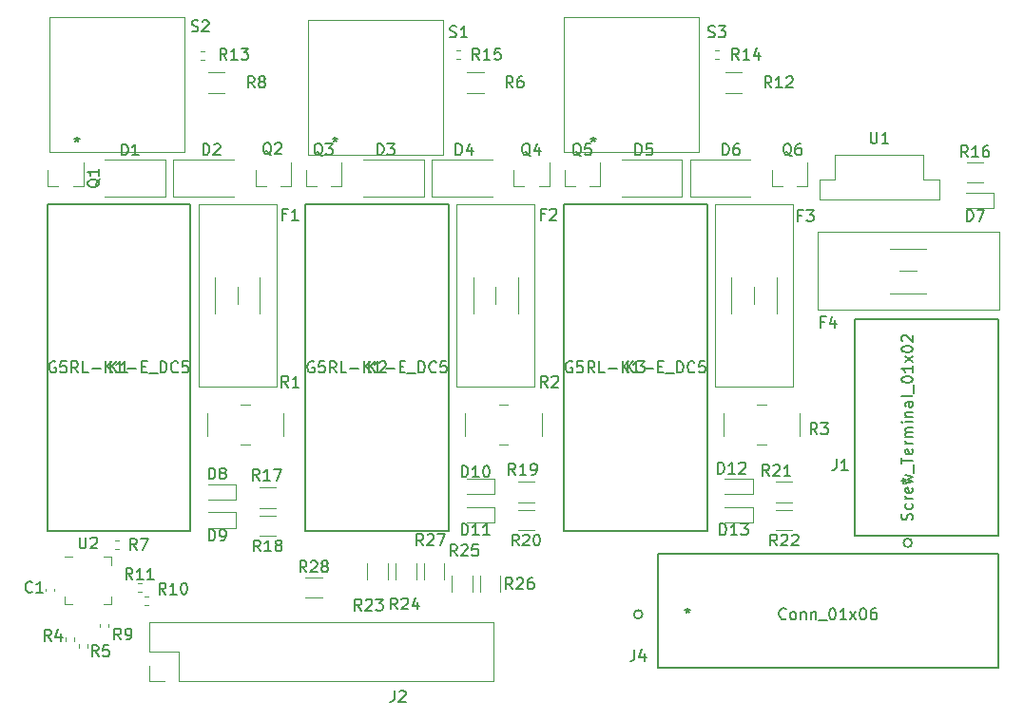
<source format=gbr>
%TF.GenerationSoftware,KiCad,Pcbnew,(5.1.9-0-10_14)*%
%TF.CreationDate,2021-04-22T23:32:40-07:00*%
%TF.ProjectId,thundipiswitch2,7468756e-6469-4706-9973-776974636832,rev?*%
%TF.SameCoordinates,Original*%
%TF.FileFunction,Legend,Top*%
%TF.FilePolarity,Positive*%
%FSLAX46Y46*%
G04 Gerber Fmt 4.6, Leading zero omitted, Abs format (unit mm)*
G04 Created by KiCad (PCBNEW (5.1.9-0-10_14)) date 2021-04-22 23:32:40*
%MOMM*%
%LPD*%
G01*
G04 APERTURE LIST*
%ADD10C,0.120000*%
%ADD11C,0.152400*%
%ADD12C,0.150000*%
G04 APERTURE END LIST*
D10*
%TO.C,R28*%
X141372936Y-106090000D02*
X142827064Y-106090000D01*
X141372936Y-107910000D02*
X142827064Y-107910000D01*
%TO.C,R27*%
X151210000Y-104872936D02*
X151210000Y-106327064D01*
X149390000Y-104872936D02*
X149390000Y-106327064D01*
%TO.C,R26*%
X156210000Y-105972936D02*
X156210000Y-107427064D01*
X154390000Y-105972936D02*
X154390000Y-107427064D01*
%TO.C,R25*%
X156890000Y-107427064D02*
X156890000Y-105972936D01*
X158710000Y-107427064D02*
X158710000Y-105972936D01*
%TO.C,R24*%
X151890000Y-106327064D02*
X151890000Y-104872936D01*
X153710000Y-106327064D02*
X153710000Y-104872936D01*
%TO.C,R23*%
X146890000Y-106327064D02*
X146890000Y-104872936D01*
X148710000Y-106327064D02*
X148710000Y-104872936D01*
%TO.C,S2*%
X118600000Y-56200000D02*
X118600000Y-68200000D01*
X130600000Y-56200000D02*
X130600000Y-68200000D01*
X118600000Y-68200000D02*
X130600000Y-68200000D01*
X118600000Y-56200000D02*
X130600000Y-56200000D01*
%TO.C,S1*%
X141600000Y-56400000D02*
X141600000Y-68400000D01*
X153600000Y-56400000D02*
X153600000Y-68400000D01*
X141600000Y-68400000D02*
X153600000Y-68400000D01*
X141600000Y-56400000D02*
X153600000Y-56400000D01*
%TO.C,S3*%
X164400000Y-56200000D02*
X164400000Y-68200000D01*
X176400000Y-56200000D02*
X176400000Y-68200000D01*
X164400000Y-68200000D02*
X176400000Y-68200000D01*
X164400000Y-56200000D02*
X176400000Y-56200000D01*
%TO.C,J2*%
X158070000Y-115330000D02*
X158070000Y-110130000D01*
X130070000Y-115330000D02*
X158070000Y-115330000D01*
X127470000Y-110130000D02*
X158070000Y-110130000D01*
X130070000Y-115330000D02*
X130070000Y-112730000D01*
X130070000Y-112730000D02*
X127470000Y-112730000D01*
X127470000Y-112730000D02*
X127470000Y-110130000D01*
X128800000Y-115330000D02*
X127470000Y-115330000D01*
X127470000Y-115330000D02*
X127470000Y-114000000D01*
%TO.C,R3*%
X185400000Y-93500000D02*
X185400000Y-91500000D01*
X182400000Y-94300000D02*
X181600000Y-94300000D01*
X181600000Y-90700000D02*
X182400000Y-90700000D01*
X178600000Y-93500000D02*
X178600000Y-91500000D01*
%TO.C,R2*%
X162400000Y-93500000D02*
X162400000Y-91500000D01*
X159400000Y-94300000D02*
X158600000Y-94300000D01*
X158600000Y-90700000D02*
X159400000Y-90700000D01*
X155600000Y-93500000D02*
X155600000Y-91500000D01*
%TO.C,R1*%
X139400000Y-93500000D02*
X139400000Y-91500000D01*
X136400000Y-94300000D02*
X135600000Y-94300000D01*
X135600000Y-90700000D02*
X136400000Y-90700000D01*
X132600000Y-93500000D02*
X132600000Y-91500000D01*
%TO.C,C1*%
X118960000Y-107092164D02*
X118960000Y-107307836D01*
X118240000Y-107092164D02*
X118240000Y-107307836D01*
%TO.C,U2*%
X123410000Y-104290000D02*
X124110000Y-104290000D01*
X124110000Y-104290000D02*
X124110000Y-104990000D01*
X120590000Y-108510000D02*
X119890000Y-108510000D01*
X119890000Y-108510000D02*
X119890000Y-107810000D01*
X123410000Y-108510000D02*
X124110000Y-108510000D01*
X124110000Y-108510000D02*
X124110000Y-107810000D01*
X120590000Y-104290000D02*
X119890000Y-104290000D01*
%TO.C,U1*%
X197790000Y-72420000D02*
X197790000Y-70640000D01*
X187120000Y-72420000D02*
X197790000Y-72420000D01*
X187120000Y-70650000D02*
X187120000Y-72420000D01*
X187120000Y-70640000D02*
X188520000Y-70640000D01*
X188520000Y-70640000D02*
X188520000Y-68400000D01*
X188520000Y-68400000D02*
X196400000Y-68400000D01*
X196400000Y-68400000D02*
X196400000Y-70640000D01*
X196400000Y-70640000D02*
X197790000Y-70640000D01*
%TO.C,R22*%
X184727064Y-101910000D02*
X183272936Y-101910000D01*
X184727064Y-100090000D02*
X183272936Y-100090000D01*
%TO.C,R21*%
X184727064Y-99410000D02*
X183272936Y-99410000D01*
X184727064Y-97590000D02*
X183272936Y-97590000D01*
%TO.C,R20*%
X161727064Y-101910000D02*
X160272936Y-101910000D01*
X161727064Y-100090000D02*
X160272936Y-100090000D01*
%TO.C,R19*%
X161727064Y-99410000D02*
X160272936Y-99410000D01*
X161727064Y-97590000D02*
X160272936Y-97590000D01*
%TO.C,R18*%
X138727064Y-102410000D02*
X137272936Y-102410000D01*
X138727064Y-100590000D02*
X137272936Y-100590000D01*
%TO.C,R17*%
X138727064Y-99910000D02*
X137272936Y-99910000D01*
X138727064Y-98090000D02*
X137272936Y-98090000D01*
%TO.C,R16*%
X200272936Y-69090000D02*
X201727064Y-69090000D01*
X200272936Y-70910000D02*
X201727064Y-70910000D01*
%TO.C,R15*%
X155153641Y-59880000D02*
X154846359Y-59880000D01*
X155153641Y-59120000D02*
X154846359Y-59120000D01*
%TO.C,R14*%
X178153641Y-59880000D02*
X177846359Y-59880000D01*
X178153641Y-59120000D02*
X177846359Y-59120000D01*
%TO.C,R13*%
X132353641Y-59980000D02*
X132046359Y-59980000D01*
X132353641Y-59220000D02*
X132046359Y-59220000D01*
%TO.C,R12*%
X180227064Y-62910000D02*
X178772936Y-62910000D01*
X180227064Y-61090000D02*
X178772936Y-61090000D01*
%TO.C,R11*%
X126446359Y-106620000D02*
X126753641Y-106620000D01*
X126446359Y-107380000D02*
X126753641Y-107380000D01*
%TO.C,R10*%
X127046359Y-107820000D02*
X127353641Y-107820000D01*
X127046359Y-108580000D02*
X127353641Y-108580000D01*
%TO.C,R9*%
X123780000Y-110246359D02*
X123780000Y-110553641D01*
X123020000Y-110246359D02*
X123020000Y-110553641D01*
%TO.C,R8*%
X134127064Y-62910000D02*
X132672936Y-62910000D01*
X134127064Y-61090000D02*
X132672936Y-61090000D01*
%TO.C,R7*%
X124446359Y-102820000D02*
X124753641Y-102820000D01*
X124446359Y-103580000D02*
X124753641Y-103580000D01*
%TO.C,R6*%
X157227064Y-62910000D02*
X155772936Y-62910000D01*
X157227064Y-61090000D02*
X155772936Y-61090000D01*
%TO.C,R5*%
X121980000Y-112046359D02*
X121980000Y-112353641D01*
X121220000Y-112046359D02*
X121220000Y-112353641D01*
%TO.C,R4*%
X120780000Y-111446359D02*
X120780000Y-111753641D01*
X120020000Y-111446359D02*
X120020000Y-111753641D01*
%TO.C,Q6*%
X182920000Y-71260000D02*
X183850000Y-71260000D01*
X186080000Y-71260000D02*
X185150000Y-71260000D01*
X186080000Y-71260000D02*
X186080000Y-69100000D01*
X182920000Y-71260000D02*
X182920000Y-69800000D01*
%TO.C,Q5*%
X164420000Y-71260000D02*
X165350000Y-71260000D01*
X167580000Y-71260000D02*
X166650000Y-71260000D01*
X167580000Y-71260000D02*
X167580000Y-69100000D01*
X164420000Y-71260000D02*
X164420000Y-69800000D01*
%TO.C,Q4*%
X159920000Y-71260000D02*
X160850000Y-71260000D01*
X163080000Y-71260000D02*
X162150000Y-71260000D01*
X163080000Y-71260000D02*
X163080000Y-69100000D01*
X159920000Y-71260000D02*
X159920000Y-69800000D01*
%TO.C,Q3*%
X141420000Y-71260000D02*
X142350000Y-71260000D01*
X144580000Y-71260000D02*
X143650000Y-71260000D01*
X144580000Y-71260000D02*
X144580000Y-69100000D01*
X141420000Y-71260000D02*
X141420000Y-69800000D01*
%TO.C,Q2*%
X136920000Y-71260000D02*
X137850000Y-71260000D01*
X140080000Y-71260000D02*
X139150000Y-71260000D01*
X140080000Y-71260000D02*
X140080000Y-69100000D01*
X136920000Y-71260000D02*
X136920000Y-69800000D01*
%TO.C,Q1*%
X118420000Y-71260000D02*
X119350000Y-71260000D01*
X121580000Y-71260000D02*
X120650000Y-71260000D01*
X121580000Y-71260000D02*
X121580000Y-69100000D01*
X118420000Y-71260000D02*
X118420000Y-69800000D01*
D11*
%TO.C,K3*%
X164373000Y-101927001D02*
X177127000Y-101927001D01*
X177127000Y-101927001D02*
X177127000Y-72873007D01*
X177127000Y-72873007D02*
X164373000Y-72873007D01*
X164373000Y-72873007D02*
X164373000Y-101927001D01*
%TO.C,K2*%
X141373000Y-101927001D02*
X154127000Y-101927001D01*
X154127000Y-101927001D02*
X154127000Y-72873007D01*
X154127000Y-72873007D02*
X141373000Y-72873007D01*
X141373000Y-72873007D02*
X141373000Y-101927001D01*
%TO.C,K1*%
X118373000Y-101927001D02*
X131127000Y-101927001D01*
X131127000Y-101927001D02*
X131127000Y-72873007D01*
X131127000Y-72873007D02*
X118373000Y-72873007D01*
X118373000Y-72873007D02*
X118373000Y-101927001D01*
%TO.C,J4*%
X172773005Y-114127001D02*
X203026997Y-114127001D01*
X203026997Y-114127001D02*
X203026997Y-104023000D01*
X203026997Y-104023000D02*
X172773005Y-104023000D01*
X172773005Y-104023000D02*
X172773005Y-114127001D01*
X171376005Y-109400000D02*
G75*
G03*
X171376005Y-109400000I-381000J0D01*
G01*
%TO.C,J1*%
X203026999Y-102387001D02*
X203026999Y-83092998D01*
X203026999Y-83092998D02*
X190272999Y-83092998D01*
X190272999Y-83092998D02*
X190272999Y-102387001D01*
X190272999Y-102387001D02*
X203026999Y-102387001D01*
X195381000Y-103022000D02*
G75*
G03*
X195381000Y-103022000I-381000J0D01*
G01*
D10*
%TO.C,F3*%
X184770000Y-72860000D02*
X177830000Y-72860000D01*
X177830000Y-72860000D02*
X177830000Y-89060000D01*
X177830000Y-89060000D02*
X184770000Y-89060000D01*
X184770000Y-89060000D02*
X184770000Y-72860000D01*
X181300000Y-80210000D02*
X181300000Y-81710000D01*
X179300000Y-82560000D02*
X179300000Y-79360000D01*
X183300000Y-79360000D02*
X183300000Y-82560000D01*
%TO.C,F2*%
X161770000Y-72860000D02*
X154830000Y-72860000D01*
X154830000Y-72860000D02*
X154830000Y-89060000D01*
X154830000Y-89060000D02*
X161770000Y-89060000D01*
X161770000Y-89060000D02*
X161770000Y-72860000D01*
X158300000Y-80210000D02*
X158300000Y-81710000D01*
X156300000Y-82560000D02*
X156300000Y-79360000D01*
X160300000Y-79360000D02*
X160300000Y-82560000D01*
%TO.C,F4*%
X203140000Y-82270000D02*
X203140000Y-75330000D01*
X203140000Y-75330000D02*
X186940000Y-75330000D01*
X186940000Y-75330000D02*
X186940000Y-82270000D01*
X186940000Y-82270000D02*
X203140000Y-82270000D01*
X195790000Y-78800000D02*
X194290000Y-78800000D01*
X193440000Y-76800000D02*
X196640000Y-76800000D01*
X196640000Y-80800000D02*
X193440000Y-80800000D01*
%TO.C,F1*%
X138770000Y-72860000D02*
X131830000Y-72860000D01*
X131830000Y-72860000D02*
X131830000Y-89060000D01*
X131830000Y-89060000D02*
X138770000Y-89060000D01*
X138770000Y-89060000D02*
X138770000Y-72860000D01*
X135300000Y-80210000D02*
X135300000Y-81710000D01*
X133300000Y-82560000D02*
X133300000Y-79360000D01*
X137300000Y-79360000D02*
X137300000Y-82560000D01*
%TO.C,D13*%
X178700000Y-101185000D02*
X181185000Y-101185000D01*
X181185000Y-101185000D02*
X181185000Y-99815000D01*
X181185000Y-99815000D02*
X178700000Y-99815000D01*
%TO.C,D12*%
X178700000Y-98685000D02*
X181185000Y-98685000D01*
X181185000Y-98685000D02*
X181185000Y-97315000D01*
X181185000Y-97315000D02*
X178700000Y-97315000D01*
%TO.C,D11*%
X155700000Y-101185000D02*
X158185000Y-101185000D01*
X158185000Y-101185000D02*
X158185000Y-99815000D01*
X158185000Y-99815000D02*
X155700000Y-99815000D01*
%TO.C,D10*%
X155700000Y-98685000D02*
X158185000Y-98685000D01*
X158185000Y-98685000D02*
X158185000Y-97315000D01*
X158185000Y-97315000D02*
X155700000Y-97315000D01*
%TO.C,D9*%
X132700000Y-101685000D02*
X135185000Y-101685000D01*
X135185000Y-101685000D02*
X135185000Y-100315000D01*
X135185000Y-100315000D02*
X132700000Y-100315000D01*
%TO.C,D8*%
X132700000Y-99185000D02*
X135185000Y-99185000D01*
X135185000Y-99185000D02*
X135185000Y-97815000D01*
X135185000Y-97815000D02*
X132700000Y-97815000D01*
%TO.C,D7*%
X200200000Y-73185000D02*
X202685000Y-73185000D01*
X202685000Y-73185000D02*
X202685000Y-71815000D01*
X202685000Y-71815000D02*
X200200000Y-71815000D01*
%TO.C,D6*%
X175600000Y-68850000D02*
X175600000Y-72150000D01*
X175600000Y-72150000D02*
X181000000Y-72150000D01*
X175600000Y-68850000D02*
X181000000Y-68850000D01*
%TO.C,D5*%
X174900000Y-72150000D02*
X174900000Y-68850000D01*
X174900000Y-68850000D02*
X169500000Y-68850000D01*
X174900000Y-72150000D02*
X169500000Y-72150000D01*
%TO.C,D4*%
X152600000Y-68850000D02*
X152600000Y-72150000D01*
X152600000Y-72150000D02*
X158000000Y-72150000D01*
X152600000Y-68850000D02*
X158000000Y-68850000D01*
%TO.C,D3*%
X151900000Y-72150000D02*
X151900000Y-68850000D01*
X151900000Y-68850000D02*
X146500000Y-68850000D01*
X151900000Y-72150000D02*
X146500000Y-72150000D01*
%TO.C,D2*%
X129600000Y-68850000D02*
X129600000Y-72150000D01*
X129600000Y-72150000D02*
X135000000Y-72150000D01*
X129600000Y-68850000D02*
X135000000Y-68850000D01*
%TO.C,D1*%
X128900000Y-72150000D02*
X128900000Y-68850000D01*
X128900000Y-68850000D02*
X123500000Y-68850000D01*
X128900000Y-72150000D02*
X123500000Y-72150000D01*
%TO.C,R28*%
D12*
X141457142Y-105632380D02*
X141123809Y-105156190D01*
X140885714Y-105632380D02*
X140885714Y-104632380D01*
X141266666Y-104632380D01*
X141361904Y-104680000D01*
X141409523Y-104727619D01*
X141457142Y-104822857D01*
X141457142Y-104965714D01*
X141409523Y-105060952D01*
X141361904Y-105108571D01*
X141266666Y-105156190D01*
X140885714Y-105156190D01*
X141838095Y-104727619D02*
X141885714Y-104680000D01*
X141980952Y-104632380D01*
X142219047Y-104632380D01*
X142314285Y-104680000D01*
X142361904Y-104727619D01*
X142409523Y-104822857D01*
X142409523Y-104918095D01*
X142361904Y-105060952D01*
X141790476Y-105632380D01*
X142409523Y-105632380D01*
X142980952Y-105060952D02*
X142885714Y-105013333D01*
X142838095Y-104965714D01*
X142790476Y-104870476D01*
X142790476Y-104822857D01*
X142838095Y-104727619D01*
X142885714Y-104680000D01*
X142980952Y-104632380D01*
X143171428Y-104632380D01*
X143266666Y-104680000D01*
X143314285Y-104727619D01*
X143361904Y-104822857D01*
X143361904Y-104870476D01*
X143314285Y-104965714D01*
X143266666Y-105013333D01*
X143171428Y-105060952D01*
X142980952Y-105060952D01*
X142885714Y-105108571D01*
X142838095Y-105156190D01*
X142790476Y-105251428D01*
X142790476Y-105441904D01*
X142838095Y-105537142D01*
X142885714Y-105584761D01*
X142980952Y-105632380D01*
X143171428Y-105632380D01*
X143266666Y-105584761D01*
X143314285Y-105537142D01*
X143361904Y-105441904D01*
X143361904Y-105251428D01*
X143314285Y-105156190D01*
X143266666Y-105108571D01*
X143171428Y-105060952D01*
%TO.C,R27*%
X151857142Y-103252380D02*
X151523809Y-102776190D01*
X151285714Y-103252380D02*
X151285714Y-102252380D01*
X151666666Y-102252380D01*
X151761904Y-102300000D01*
X151809523Y-102347619D01*
X151857142Y-102442857D01*
X151857142Y-102585714D01*
X151809523Y-102680952D01*
X151761904Y-102728571D01*
X151666666Y-102776190D01*
X151285714Y-102776190D01*
X152238095Y-102347619D02*
X152285714Y-102300000D01*
X152380952Y-102252380D01*
X152619047Y-102252380D01*
X152714285Y-102300000D01*
X152761904Y-102347619D01*
X152809523Y-102442857D01*
X152809523Y-102538095D01*
X152761904Y-102680952D01*
X152190476Y-103252380D01*
X152809523Y-103252380D01*
X153142857Y-102252380D02*
X153809523Y-102252380D01*
X153380952Y-103252380D01*
%TO.C,R26*%
X159807142Y-107152380D02*
X159473809Y-106676190D01*
X159235714Y-107152380D02*
X159235714Y-106152380D01*
X159616666Y-106152380D01*
X159711904Y-106200000D01*
X159759523Y-106247619D01*
X159807142Y-106342857D01*
X159807142Y-106485714D01*
X159759523Y-106580952D01*
X159711904Y-106628571D01*
X159616666Y-106676190D01*
X159235714Y-106676190D01*
X160188095Y-106247619D02*
X160235714Y-106200000D01*
X160330952Y-106152380D01*
X160569047Y-106152380D01*
X160664285Y-106200000D01*
X160711904Y-106247619D01*
X160759523Y-106342857D01*
X160759523Y-106438095D01*
X160711904Y-106580952D01*
X160140476Y-107152380D01*
X160759523Y-107152380D01*
X161616666Y-106152380D02*
X161426190Y-106152380D01*
X161330952Y-106200000D01*
X161283333Y-106247619D01*
X161188095Y-106390476D01*
X161140476Y-106580952D01*
X161140476Y-106961904D01*
X161188095Y-107057142D01*
X161235714Y-107104761D01*
X161330952Y-107152380D01*
X161521428Y-107152380D01*
X161616666Y-107104761D01*
X161664285Y-107057142D01*
X161711904Y-106961904D01*
X161711904Y-106723809D01*
X161664285Y-106628571D01*
X161616666Y-106580952D01*
X161521428Y-106533333D01*
X161330952Y-106533333D01*
X161235714Y-106580952D01*
X161188095Y-106628571D01*
X161140476Y-106723809D01*
%TO.C,R25*%
X154867142Y-104182380D02*
X154533809Y-103706190D01*
X154295714Y-104182380D02*
X154295714Y-103182380D01*
X154676666Y-103182380D01*
X154771904Y-103230000D01*
X154819523Y-103277619D01*
X154867142Y-103372857D01*
X154867142Y-103515714D01*
X154819523Y-103610952D01*
X154771904Y-103658571D01*
X154676666Y-103706190D01*
X154295714Y-103706190D01*
X155248095Y-103277619D02*
X155295714Y-103230000D01*
X155390952Y-103182380D01*
X155629047Y-103182380D01*
X155724285Y-103230000D01*
X155771904Y-103277619D01*
X155819523Y-103372857D01*
X155819523Y-103468095D01*
X155771904Y-103610952D01*
X155200476Y-104182380D01*
X155819523Y-104182380D01*
X156724285Y-103182380D02*
X156248095Y-103182380D01*
X156200476Y-103658571D01*
X156248095Y-103610952D01*
X156343333Y-103563333D01*
X156581428Y-103563333D01*
X156676666Y-103610952D01*
X156724285Y-103658571D01*
X156771904Y-103753809D01*
X156771904Y-103991904D01*
X156724285Y-104087142D01*
X156676666Y-104134761D01*
X156581428Y-104182380D01*
X156343333Y-104182380D01*
X156248095Y-104134761D01*
X156200476Y-104087142D01*
%TO.C,R24*%
X149557142Y-108952380D02*
X149223809Y-108476190D01*
X148985714Y-108952380D02*
X148985714Y-107952380D01*
X149366666Y-107952380D01*
X149461904Y-108000000D01*
X149509523Y-108047619D01*
X149557142Y-108142857D01*
X149557142Y-108285714D01*
X149509523Y-108380952D01*
X149461904Y-108428571D01*
X149366666Y-108476190D01*
X148985714Y-108476190D01*
X149938095Y-108047619D02*
X149985714Y-108000000D01*
X150080952Y-107952380D01*
X150319047Y-107952380D01*
X150414285Y-108000000D01*
X150461904Y-108047619D01*
X150509523Y-108142857D01*
X150509523Y-108238095D01*
X150461904Y-108380952D01*
X149890476Y-108952380D01*
X150509523Y-108952380D01*
X151366666Y-108285714D02*
X151366666Y-108952380D01*
X151128571Y-107904761D02*
X150890476Y-108619047D01*
X151509523Y-108619047D01*
%TO.C,R23*%
X146357142Y-109052380D02*
X146023809Y-108576190D01*
X145785714Y-109052380D02*
X145785714Y-108052380D01*
X146166666Y-108052380D01*
X146261904Y-108100000D01*
X146309523Y-108147619D01*
X146357142Y-108242857D01*
X146357142Y-108385714D01*
X146309523Y-108480952D01*
X146261904Y-108528571D01*
X146166666Y-108576190D01*
X145785714Y-108576190D01*
X146738095Y-108147619D02*
X146785714Y-108100000D01*
X146880952Y-108052380D01*
X147119047Y-108052380D01*
X147214285Y-108100000D01*
X147261904Y-108147619D01*
X147309523Y-108242857D01*
X147309523Y-108338095D01*
X147261904Y-108480952D01*
X146690476Y-109052380D01*
X147309523Y-109052380D01*
X147642857Y-108052380D02*
X148261904Y-108052380D01*
X147928571Y-108433333D01*
X148071428Y-108433333D01*
X148166666Y-108480952D01*
X148214285Y-108528571D01*
X148261904Y-108623809D01*
X148261904Y-108861904D01*
X148214285Y-108957142D01*
X148166666Y-109004761D01*
X148071428Y-109052380D01*
X147785714Y-109052380D01*
X147690476Y-109004761D01*
X147642857Y-108957142D01*
%TO.C,S2*%
X131238095Y-57404761D02*
X131380952Y-57452380D01*
X131619047Y-57452380D01*
X131714285Y-57404761D01*
X131761904Y-57357142D01*
X131809523Y-57261904D01*
X131809523Y-57166666D01*
X131761904Y-57071428D01*
X131714285Y-57023809D01*
X131619047Y-56976190D01*
X131428571Y-56928571D01*
X131333333Y-56880952D01*
X131285714Y-56833333D01*
X131238095Y-56738095D01*
X131238095Y-56642857D01*
X131285714Y-56547619D01*
X131333333Y-56500000D01*
X131428571Y-56452380D01*
X131666666Y-56452380D01*
X131809523Y-56500000D01*
X132190476Y-56547619D02*
X132238095Y-56500000D01*
X132333333Y-56452380D01*
X132571428Y-56452380D01*
X132666666Y-56500000D01*
X132714285Y-56547619D01*
X132761904Y-56642857D01*
X132761904Y-56738095D01*
X132714285Y-56880952D01*
X132142857Y-57452380D01*
X132761904Y-57452380D01*
%TO.C,S1*%
X154238095Y-57904761D02*
X154380952Y-57952380D01*
X154619047Y-57952380D01*
X154714285Y-57904761D01*
X154761904Y-57857142D01*
X154809523Y-57761904D01*
X154809523Y-57666666D01*
X154761904Y-57571428D01*
X154714285Y-57523809D01*
X154619047Y-57476190D01*
X154428571Y-57428571D01*
X154333333Y-57380952D01*
X154285714Y-57333333D01*
X154238095Y-57238095D01*
X154238095Y-57142857D01*
X154285714Y-57047619D01*
X154333333Y-57000000D01*
X154428571Y-56952380D01*
X154666666Y-56952380D01*
X154809523Y-57000000D01*
X155761904Y-57952380D02*
X155190476Y-57952380D01*
X155476190Y-57952380D02*
X155476190Y-56952380D01*
X155380952Y-57095238D01*
X155285714Y-57190476D01*
X155190476Y-57238095D01*
%TO.C,S3*%
X177238095Y-57904761D02*
X177380952Y-57952380D01*
X177619047Y-57952380D01*
X177714285Y-57904761D01*
X177761904Y-57857142D01*
X177809523Y-57761904D01*
X177809523Y-57666666D01*
X177761904Y-57571428D01*
X177714285Y-57523809D01*
X177619047Y-57476190D01*
X177428571Y-57428571D01*
X177333333Y-57380952D01*
X177285714Y-57333333D01*
X177238095Y-57238095D01*
X177238095Y-57142857D01*
X177285714Y-57047619D01*
X177333333Y-57000000D01*
X177428571Y-56952380D01*
X177666666Y-56952380D01*
X177809523Y-57000000D01*
X178142857Y-56952380D02*
X178761904Y-56952380D01*
X178428571Y-57333333D01*
X178571428Y-57333333D01*
X178666666Y-57380952D01*
X178714285Y-57428571D01*
X178761904Y-57523809D01*
X178761904Y-57761904D01*
X178714285Y-57857142D01*
X178666666Y-57904761D01*
X178571428Y-57952380D01*
X178285714Y-57952380D01*
X178190476Y-57904761D01*
X178142857Y-57857142D01*
%TO.C,J2*%
X149286666Y-116212380D02*
X149286666Y-116926666D01*
X149239047Y-117069523D01*
X149143809Y-117164761D01*
X149000952Y-117212380D01*
X148905714Y-117212380D01*
X149715238Y-116307619D02*
X149762857Y-116260000D01*
X149858095Y-116212380D01*
X150096190Y-116212380D01*
X150191428Y-116260000D01*
X150239047Y-116307619D01*
X150286666Y-116402857D01*
X150286666Y-116498095D01*
X150239047Y-116640952D01*
X149667619Y-117212380D01*
X150286666Y-117212380D01*
%TO.C,R3*%
X186933333Y-93352380D02*
X186600000Y-92876190D01*
X186361904Y-93352380D02*
X186361904Y-92352380D01*
X186742857Y-92352380D01*
X186838095Y-92400000D01*
X186885714Y-92447619D01*
X186933333Y-92542857D01*
X186933333Y-92685714D01*
X186885714Y-92780952D01*
X186838095Y-92828571D01*
X186742857Y-92876190D01*
X186361904Y-92876190D01*
X187266666Y-92352380D02*
X187885714Y-92352380D01*
X187552380Y-92733333D01*
X187695238Y-92733333D01*
X187790476Y-92780952D01*
X187838095Y-92828571D01*
X187885714Y-92923809D01*
X187885714Y-93161904D01*
X187838095Y-93257142D01*
X187790476Y-93304761D01*
X187695238Y-93352380D01*
X187409523Y-93352380D01*
X187314285Y-93304761D01*
X187266666Y-93257142D01*
%TO.C,R2*%
X162933333Y-89152380D02*
X162600000Y-88676190D01*
X162361904Y-89152380D02*
X162361904Y-88152380D01*
X162742857Y-88152380D01*
X162838095Y-88200000D01*
X162885714Y-88247619D01*
X162933333Y-88342857D01*
X162933333Y-88485714D01*
X162885714Y-88580952D01*
X162838095Y-88628571D01*
X162742857Y-88676190D01*
X162361904Y-88676190D01*
X163314285Y-88247619D02*
X163361904Y-88200000D01*
X163457142Y-88152380D01*
X163695238Y-88152380D01*
X163790476Y-88200000D01*
X163838095Y-88247619D01*
X163885714Y-88342857D01*
X163885714Y-88438095D01*
X163838095Y-88580952D01*
X163266666Y-89152380D01*
X163885714Y-89152380D01*
%TO.C,R1*%
X139833333Y-89152380D02*
X139500000Y-88676190D01*
X139261904Y-89152380D02*
X139261904Y-88152380D01*
X139642857Y-88152380D01*
X139738095Y-88200000D01*
X139785714Y-88247619D01*
X139833333Y-88342857D01*
X139833333Y-88485714D01*
X139785714Y-88580952D01*
X139738095Y-88628571D01*
X139642857Y-88676190D01*
X139261904Y-88676190D01*
X140785714Y-89152380D02*
X140214285Y-89152380D01*
X140500000Y-89152380D02*
X140500000Y-88152380D01*
X140404761Y-88295238D01*
X140309523Y-88390476D01*
X140214285Y-88438095D01*
%TO.C,C1*%
X117033333Y-107357142D02*
X116985714Y-107404761D01*
X116842857Y-107452380D01*
X116747619Y-107452380D01*
X116604761Y-107404761D01*
X116509523Y-107309523D01*
X116461904Y-107214285D01*
X116414285Y-107023809D01*
X116414285Y-106880952D01*
X116461904Y-106690476D01*
X116509523Y-106595238D01*
X116604761Y-106500000D01*
X116747619Y-106452380D01*
X116842857Y-106452380D01*
X116985714Y-106500000D01*
X117033333Y-106547619D01*
X117985714Y-107452380D02*
X117414285Y-107452380D01*
X117700000Y-107452380D02*
X117700000Y-106452380D01*
X117604761Y-106595238D01*
X117509523Y-106690476D01*
X117414285Y-106738095D01*
%TO.C,U2*%
X121238095Y-102532380D02*
X121238095Y-103341904D01*
X121285714Y-103437142D01*
X121333333Y-103484761D01*
X121428571Y-103532380D01*
X121619047Y-103532380D01*
X121714285Y-103484761D01*
X121761904Y-103437142D01*
X121809523Y-103341904D01*
X121809523Y-102532380D01*
X122238095Y-102627619D02*
X122285714Y-102580000D01*
X122380952Y-102532380D01*
X122619047Y-102532380D01*
X122714285Y-102580000D01*
X122761904Y-102627619D01*
X122809523Y-102722857D01*
X122809523Y-102818095D01*
X122761904Y-102960952D01*
X122190476Y-103532380D01*
X122809523Y-103532380D01*
%TO.C,U1*%
X191698095Y-66412380D02*
X191698095Y-67221904D01*
X191745714Y-67317142D01*
X191793333Y-67364761D01*
X191888571Y-67412380D01*
X192079047Y-67412380D01*
X192174285Y-67364761D01*
X192221904Y-67317142D01*
X192269523Y-67221904D01*
X192269523Y-66412380D01*
X193269523Y-67412380D02*
X192698095Y-67412380D01*
X192983809Y-67412380D02*
X192983809Y-66412380D01*
X192888571Y-66555238D01*
X192793333Y-66650476D01*
X192698095Y-66698095D01*
%TO.C,R22*%
X183357142Y-103272380D02*
X183023809Y-102796190D01*
X182785714Y-103272380D02*
X182785714Y-102272380D01*
X183166666Y-102272380D01*
X183261904Y-102320000D01*
X183309523Y-102367619D01*
X183357142Y-102462857D01*
X183357142Y-102605714D01*
X183309523Y-102700952D01*
X183261904Y-102748571D01*
X183166666Y-102796190D01*
X182785714Y-102796190D01*
X183738095Y-102367619D02*
X183785714Y-102320000D01*
X183880952Y-102272380D01*
X184119047Y-102272380D01*
X184214285Y-102320000D01*
X184261904Y-102367619D01*
X184309523Y-102462857D01*
X184309523Y-102558095D01*
X184261904Y-102700952D01*
X183690476Y-103272380D01*
X184309523Y-103272380D01*
X184690476Y-102367619D02*
X184738095Y-102320000D01*
X184833333Y-102272380D01*
X185071428Y-102272380D01*
X185166666Y-102320000D01*
X185214285Y-102367619D01*
X185261904Y-102462857D01*
X185261904Y-102558095D01*
X185214285Y-102700952D01*
X184642857Y-103272380D01*
X185261904Y-103272380D01*
%TO.C,R21*%
X182657142Y-97052380D02*
X182323809Y-96576190D01*
X182085714Y-97052380D02*
X182085714Y-96052380D01*
X182466666Y-96052380D01*
X182561904Y-96100000D01*
X182609523Y-96147619D01*
X182657142Y-96242857D01*
X182657142Y-96385714D01*
X182609523Y-96480952D01*
X182561904Y-96528571D01*
X182466666Y-96576190D01*
X182085714Y-96576190D01*
X183038095Y-96147619D02*
X183085714Y-96100000D01*
X183180952Y-96052380D01*
X183419047Y-96052380D01*
X183514285Y-96100000D01*
X183561904Y-96147619D01*
X183609523Y-96242857D01*
X183609523Y-96338095D01*
X183561904Y-96480952D01*
X182990476Y-97052380D01*
X183609523Y-97052380D01*
X184561904Y-97052380D02*
X183990476Y-97052380D01*
X184276190Y-97052380D02*
X184276190Y-96052380D01*
X184180952Y-96195238D01*
X184085714Y-96290476D01*
X183990476Y-96338095D01*
%TO.C,R20*%
X160357142Y-103272380D02*
X160023809Y-102796190D01*
X159785714Y-103272380D02*
X159785714Y-102272380D01*
X160166666Y-102272380D01*
X160261904Y-102320000D01*
X160309523Y-102367619D01*
X160357142Y-102462857D01*
X160357142Y-102605714D01*
X160309523Y-102700952D01*
X160261904Y-102748571D01*
X160166666Y-102796190D01*
X159785714Y-102796190D01*
X160738095Y-102367619D02*
X160785714Y-102320000D01*
X160880952Y-102272380D01*
X161119047Y-102272380D01*
X161214285Y-102320000D01*
X161261904Y-102367619D01*
X161309523Y-102462857D01*
X161309523Y-102558095D01*
X161261904Y-102700952D01*
X160690476Y-103272380D01*
X161309523Y-103272380D01*
X161928571Y-102272380D02*
X162023809Y-102272380D01*
X162119047Y-102320000D01*
X162166666Y-102367619D01*
X162214285Y-102462857D01*
X162261904Y-102653333D01*
X162261904Y-102891428D01*
X162214285Y-103081904D01*
X162166666Y-103177142D01*
X162119047Y-103224761D01*
X162023809Y-103272380D01*
X161928571Y-103272380D01*
X161833333Y-103224761D01*
X161785714Y-103177142D01*
X161738095Y-103081904D01*
X161690476Y-102891428D01*
X161690476Y-102653333D01*
X161738095Y-102462857D01*
X161785714Y-102367619D01*
X161833333Y-102320000D01*
X161928571Y-102272380D01*
%TO.C,R19*%
X160057142Y-96952380D02*
X159723809Y-96476190D01*
X159485714Y-96952380D02*
X159485714Y-95952380D01*
X159866666Y-95952380D01*
X159961904Y-96000000D01*
X160009523Y-96047619D01*
X160057142Y-96142857D01*
X160057142Y-96285714D01*
X160009523Y-96380952D01*
X159961904Y-96428571D01*
X159866666Y-96476190D01*
X159485714Y-96476190D01*
X161009523Y-96952380D02*
X160438095Y-96952380D01*
X160723809Y-96952380D02*
X160723809Y-95952380D01*
X160628571Y-96095238D01*
X160533333Y-96190476D01*
X160438095Y-96238095D01*
X161485714Y-96952380D02*
X161676190Y-96952380D01*
X161771428Y-96904761D01*
X161819047Y-96857142D01*
X161914285Y-96714285D01*
X161961904Y-96523809D01*
X161961904Y-96142857D01*
X161914285Y-96047619D01*
X161866666Y-96000000D01*
X161771428Y-95952380D01*
X161580952Y-95952380D01*
X161485714Y-96000000D01*
X161438095Y-96047619D01*
X161390476Y-96142857D01*
X161390476Y-96380952D01*
X161438095Y-96476190D01*
X161485714Y-96523809D01*
X161580952Y-96571428D01*
X161771428Y-96571428D01*
X161866666Y-96523809D01*
X161914285Y-96476190D01*
X161961904Y-96380952D01*
%TO.C,R18*%
X137357142Y-103772380D02*
X137023809Y-103296190D01*
X136785714Y-103772380D02*
X136785714Y-102772380D01*
X137166666Y-102772380D01*
X137261904Y-102820000D01*
X137309523Y-102867619D01*
X137357142Y-102962857D01*
X137357142Y-103105714D01*
X137309523Y-103200952D01*
X137261904Y-103248571D01*
X137166666Y-103296190D01*
X136785714Y-103296190D01*
X138309523Y-103772380D02*
X137738095Y-103772380D01*
X138023809Y-103772380D02*
X138023809Y-102772380D01*
X137928571Y-102915238D01*
X137833333Y-103010476D01*
X137738095Y-103058095D01*
X138880952Y-103200952D02*
X138785714Y-103153333D01*
X138738095Y-103105714D01*
X138690476Y-103010476D01*
X138690476Y-102962857D01*
X138738095Y-102867619D01*
X138785714Y-102820000D01*
X138880952Y-102772380D01*
X139071428Y-102772380D01*
X139166666Y-102820000D01*
X139214285Y-102867619D01*
X139261904Y-102962857D01*
X139261904Y-103010476D01*
X139214285Y-103105714D01*
X139166666Y-103153333D01*
X139071428Y-103200952D01*
X138880952Y-103200952D01*
X138785714Y-103248571D01*
X138738095Y-103296190D01*
X138690476Y-103391428D01*
X138690476Y-103581904D01*
X138738095Y-103677142D01*
X138785714Y-103724761D01*
X138880952Y-103772380D01*
X139071428Y-103772380D01*
X139166666Y-103724761D01*
X139214285Y-103677142D01*
X139261904Y-103581904D01*
X139261904Y-103391428D01*
X139214285Y-103296190D01*
X139166666Y-103248571D01*
X139071428Y-103200952D01*
%TO.C,R17*%
X137257142Y-97452380D02*
X136923809Y-96976190D01*
X136685714Y-97452380D02*
X136685714Y-96452380D01*
X137066666Y-96452380D01*
X137161904Y-96500000D01*
X137209523Y-96547619D01*
X137257142Y-96642857D01*
X137257142Y-96785714D01*
X137209523Y-96880952D01*
X137161904Y-96928571D01*
X137066666Y-96976190D01*
X136685714Y-96976190D01*
X138209523Y-97452380D02*
X137638095Y-97452380D01*
X137923809Y-97452380D02*
X137923809Y-96452380D01*
X137828571Y-96595238D01*
X137733333Y-96690476D01*
X137638095Y-96738095D01*
X138542857Y-96452380D02*
X139209523Y-96452380D01*
X138780952Y-97452380D01*
%TO.C,R16*%
X200357142Y-68632380D02*
X200023809Y-68156190D01*
X199785714Y-68632380D02*
X199785714Y-67632380D01*
X200166666Y-67632380D01*
X200261904Y-67680000D01*
X200309523Y-67727619D01*
X200357142Y-67822857D01*
X200357142Y-67965714D01*
X200309523Y-68060952D01*
X200261904Y-68108571D01*
X200166666Y-68156190D01*
X199785714Y-68156190D01*
X201309523Y-68632380D02*
X200738095Y-68632380D01*
X201023809Y-68632380D02*
X201023809Y-67632380D01*
X200928571Y-67775238D01*
X200833333Y-67870476D01*
X200738095Y-67918095D01*
X202166666Y-67632380D02*
X201976190Y-67632380D01*
X201880952Y-67680000D01*
X201833333Y-67727619D01*
X201738095Y-67870476D01*
X201690476Y-68060952D01*
X201690476Y-68441904D01*
X201738095Y-68537142D01*
X201785714Y-68584761D01*
X201880952Y-68632380D01*
X202071428Y-68632380D01*
X202166666Y-68584761D01*
X202214285Y-68537142D01*
X202261904Y-68441904D01*
X202261904Y-68203809D01*
X202214285Y-68108571D01*
X202166666Y-68060952D01*
X202071428Y-68013333D01*
X201880952Y-68013333D01*
X201785714Y-68060952D01*
X201738095Y-68108571D01*
X201690476Y-68203809D01*
%TO.C,R15*%
X156857142Y-59952380D02*
X156523809Y-59476190D01*
X156285714Y-59952380D02*
X156285714Y-58952380D01*
X156666666Y-58952380D01*
X156761904Y-59000000D01*
X156809523Y-59047619D01*
X156857142Y-59142857D01*
X156857142Y-59285714D01*
X156809523Y-59380952D01*
X156761904Y-59428571D01*
X156666666Y-59476190D01*
X156285714Y-59476190D01*
X157809523Y-59952380D02*
X157238095Y-59952380D01*
X157523809Y-59952380D02*
X157523809Y-58952380D01*
X157428571Y-59095238D01*
X157333333Y-59190476D01*
X157238095Y-59238095D01*
X158714285Y-58952380D02*
X158238095Y-58952380D01*
X158190476Y-59428571D01*
X158238095Y-59380952D01*
X158333333Y-59333333D01*
X158571428Y-59333333D01*
X158666666Y-59380952D01*
X158714285Y-59428571D01*
X158761904Y-59523809D01*
X158761904Y-59761904D01*
X158714285Y-59857142D01*
X158666666Y-59904761D01*
X158571428Y-59952380D01*
X158333333Y-59952380D01*
X158238095Y-59904761D01*
X158190476Y-59857142D01*
%TO.C,R14*%
X179957142Y-59952380D02*
X179623809Y-59476190D01*
X179385714Y-59952380D02*
X179385714Y-58952380D01*
X179766666Y-58952380D01*
X179861904Y-59000000D01*
X179909523Y-59047619D01*
X179957142Y-59142857D01*
X179957142Y-59285714D01*
X179909523Y-59380952D01*
X179861904Y-59428571D01*
X179766666Y-59476190D01*
X179385714Y-59476190D01*
X180909523Y-59952380D02*
X180338095Y-59952380D01*
X180623809Y-59952380D02*
X180623809Y-58952380D01*
X180528571Y-59095238D01*
X180433333Y-59190476D01*
X180338095Y-59238095D01*
X181766666Y-59285714D02*
X181766666Y-59952380D01*
X181528571Y-58904761D02*
X181290476Y-59619047D01*
X181909523Y-59619047D01*
%TO.C,R13*%
X134357142Y-59952380D02*
X134023809Y-59476190D01*
X133785714Y-59952380D02*
X133785714Y-58952380D01*
X134166666Y-58952380D01*
X134261904Y-59000000D01*
X134309523Y-59047619D01*
X134357142Y-59142857D01*
X134357142Y-59285714D01*
X134309523Y-59380952D01*
X134261904Y-59428571D01*
X134166666Y-59476190D01*
X133785714Y-59476190D01*
X135309523Y-59952380D02*
X134738095Y-59952380D01*
X135023809Y-59952380D02*
X135023809Y-58952380D01*
X134928571Y-59095238D01*
X134833333Y-59190476D01*
X134738095Y-59238095D01*
X135642857Y-58952380D02*
X136261904Y-58952380D01*
X135928571Y-59333333D01*
X136071428Y-59333333D01*
X136166666Y-59380952D01*
X136214285Y-59428571D01*
X136261904Y-59523809D01*
X136261904Y-59761904D01*
X136214285Y-59857142D01*
X136166666Y-59904761D01*
X136071428Y-59952380D01*
X135785714Y-59952380D01*
X135690476Y-59904761D01*
X135642857Y-59857142D01*
%TO.C,R12*%
X182857142Y-62452380D02*
X182523809Y-61976190D01*
X182285714Y-62452380D02*
X182285714Y-61452380D01*
X182666666Y-61452380D01*
X182761904Y-61500000D01*
X182809523Y-61547619D01*
X182857142Y-61642857D01*
X182857142Y-61785714D01*
X182809523Y-61880952D01*
X182761904Y-61928571D01*
X182666666Y-61976190D01*
X182285714Y-61976190D01*
X183809523Y-62452380D02*
X183238095Y-62452380D01*
X183523809Y-62452380D02*
X183523809Y-61452380D01*
X183428571Y-61595238D01*
X183333333Y-61690476D01*
X183238095Y-61738095D01*
X184190476Y-61547619D02*
X184238095Y-61500000D01*
X184333333Y-61452380D01*
X184571428Y-61452380D01*
X184666666Y-61500000D01*
X184714285Y-61547619D01*
X184761904Y-61642857D01*
X184761904Y-61738095D01*
X184714285Y-61880952D01*
X184142857Y-62452380D01*
X184761904Y-62452380D01*
%TO.C,R11*%
X125957142Y-106282380D02*
X125623809Y-105806190D01*
X125385714Y-106282380D02*
X125385714Y-105282380D01*
X125766666Y-105282380D01*
X125861904Y-105330000D01*
X125909523Y-105377619D01*
X125957142Y-105472857D01*
X125957142Y-105615714D01*
X125909523Y-105710952D01*
X125861904Y-105758571D01*
X125766666Y-105806190D01*
X125385714Y-105806190D01*
X126909523Y-106282380D02*
X126338095Y-106282380D01*
X126623809Y-106282380D02*
X126623809Y-105282380D01*
X126528571Y-105425238D01*
X126433333Y-105520476D01*
X126338095Y-105568095D01*
X127861904Y-106282380D02*
X127290476Y-106282380D01*
X127576190Y-106282380D02*
X127576190Y-105282380D01*
X127480952Y-105425238D01*
X127385714Y-105520476D01*
X127290476Y-105568095D01*
%TO.C,R10*%
X128927142Y-107602380D02*
X128593809Y-107126190D01*
X128355714Y-107602380D02*
X128355714Y-106602380D01*
X128736666Y-106602380D01*
X128831904Y-106650000D01*
X128879523Y-106697619D01*
X128927142Y-106792857D01*
X128927142Y-106935714D01*
X128879523Y-107030952D01*
X128831904Y-107078571D01*
X128736666Y-107126190D01*
X128355714Y-107126190D01*
X129879523Y-107602380D02*
X129308095Y-107602380D01*
X129593809Y-107602380D02*
X129593809Y-106602380D01*
X129498571Y-106745238D01*
X129403333Y-106840476D01*
X129308095Y-106888095D01*
X130498571Y-106602380D02*
X130593809Y-106602380D01*
X130689047Y-106650000D01*
X130736666Y-106697619D01*
X130784285Y-106792857D01*
X130831904Y-106983333D01*
X130831904Y-107221428D01*
X130784285Y-107411904D01*
X130736666Y-107507142D01*
X130689047Y-107554761D01*
X130593809Y-107602380D01*
X130498571Y-107602380D01*
X130403333Y-107554761D01*
X130355714Y-107507142D01*
X130308095Y-107411904D01*
X130260476Y-107221428D01*
X130260476Y-106983333D01*
X130308095Y-106792857D01*
X130355714Y-106697619D01*
X130403333Y-106650000D01*
X130498571Y-106602380D01*
%TO.C,R9*%
X124933333Y-111652380D02*
X124600000Y-111176190D01*
X124361904Y-111652380D02*
X124361904Y-110652380D01*
X124742857Y-110652380D01*
X124838095Y-110700000D01*
X124885714Y-110747619D01*
X124933333Y-110842857D01*
X124933333Y-110985714D01*
X124885714Y-111080952D01*
X124838095Y-111128571D01*
X124742857Y-111176190D01*
X124361904Y-111176190D01*
X125409523Y-111652380D02*
X125600000Y-111652380D01*
X125695238Y-111604761D01*
X125742857Y-111557142D01*
X125838095Y-111414285D01*
X125885714Y-111223809D01*
X125885714Y-110842857D01*
X125838095Y-110747619D01*
X125790476Y-110700000D01*
X125695238Y-110652380D01*
X125504761Y-110652380D01*
X125409523Y-110700000D01*
X125361904Y-110747619D01*
X125314285Y-110842857D01*
X125314285Y-111080952D01*
X125361904Y-111176190D01*
X125409523Y-111223809D01*
X125504761Y-111271428D01*
X125695238Y-111271428D01*
X125790476Y-111223809D01*
X125838095Y-111176190D01*
X125885714Y-111080952D01*
%TO.C,R8*%
X136833333Y-62452380D02*
X136500000Y-61976190D01*
X136261904Y-62452380D02*
X136261904Y-61452380D01*
X136642857Y-61452380D01*
X136738095Y-61500000D01*
X136785714Y-61547619D01*
X136833333Y-61642857D01*
X136833333Y-61785714D01*
X136785714Y-61880952D01*
X136738095Y-61928571D01*
X136642857Y-61976190D01*
X136261904Y-61976190D01*
X137404761Y-61880952D02*
X137309523Y-61833333D01*
X137261904Y-61785714D01*
X137214285Y-61690476D01*
X137214285Y-61642857D01*
X137261904Y-61547619D01*
X137309523Y-61500000D01*
X137404761Y-61452380D01*
X137595238Y-61452380D01*
X137690476Y-61500000D01*
X137738095Y-61547619D01*
X137785714Y-61642857D01*
X137785714Y-61690476D01*
X137738095Y-61785714D01*
X137690476Y-61833333D01*
X137595238Y-61880952D01*
X137404761Y-61880952D01*
X137309523Y-61928571D01*
X137261904Y-61976190D01*
X137214285Y-62071428D01*
X137214285Y-62261904D01*
X137261904Y-62357142D01*
X137309523Y-62404761D01*
X137404761Y-62452380D01*
X137595238Y-62452380D01*
X137690476Y-62404761D01*
X137738095Y-62357142D01*
X137785714Y-62261904D01*
X137785714Y-62071428D01*
X137738095Y-61976190D01*
X137690476Y-61928571D01*
X137595238Y-61880952D01*
%TO.C,R7*%
X126333333Y-103652380D02*
X126000000Y-103176190D01*
X125761904Y-103652380D02*
X125761904Y-102652380D01*
X126142857Y-102652380D01*
X126238095Y-102700000D01*
X126285714Y-102747619D01*
X126333333Y-102842857D01*
X126333333Y-102985714D01*
X126285714Y-103080952D01*
X126238095Y-103128571D01*
X126142857Y-103176190D01*
X125761904Y-103176190D01*
X126666666Y-102652380D02*
X127333333Y-102652380D01*
X126904761Y-103652380D01*
%TO.C,R6*%
X159833333Y-62452380D02*
X159500000Y-61976190D01*
X159261904Y-62452380D02*
X159261904Y-61452380D01*
X159642857Y-61452380D01*
X159738095Y-61500000D01*
X159785714Y-61547619D01*
X159833333Y-61642857D01*
X159833333Y-61785714D01*
X159785714Y-61880952D01*
X159738095Y-61928571D01*
X159642857Y-61976190D01*
X159261904Y-61976190D01*
X160690476Y-61452380D02*
X160500000Y-61452380D01*
X160404761Y-61500000D01*
X160357142Y-61547619D01*
X160261904Y-61690476D01*
X160214285Y-61880952D01*
X160214285Y-62261904D01*
X160261904Y-62357142D01*
X160309523Y-62404761D01*
X160404761Y-62452380D01*
X160595238Y-62452380D01*
X160690476Y-62404761D01*
X160738095Y-62357142D01*
X160785714Y-62261904D01*
X160785714Y-62023809D01*
X160738095Y-61928571D01*
X160690476Y-61880952D01*
X160595238Y-61833333D01*
X160404761Y-61833333D01*
X160309523Y-61880952D01*
X160261904Y-61928571D01*
X160214285Y-62023809D01*
%TO.C,R5*%
X122933333Y-113152380D02*
X122600000Y-112676190D01*
X122361904Y-113152380D02*
X122361904Y-112152380D01*
X122742857Y-112152380D01*
X122838095Y-112200000D01*
X122885714Y-112247619D01*
X122933333Y-112342857D01*
X122933333Y-112485714D01*
X122885714Y-112580952D01*
X122838095Y-112628571D01*
X122742857Y-112676190D01*
X122361904Y-112676190D01*
X123838095Y-112152380D02*
X123361904Y-112152380D01*
X123314285Y-112628571D01*
X123361904Y-112580952D01*
X123457142Y-112533333D01*
X123695238Y-112533333D01*
X123790476Y-112580952D01*
X123838095Y-112628571D01*
X123885714Y-112723809D01*
X123885714Y-112961904D01*
X123838095Y-113057142D01*
X123790476Y-113104761D01*
X123695238Y-113152380D01*
X123457142Y-113152380D01*
X123361904Y-113104761D01*
X123314285Y-113057142D01*
%TO.C,R4*%
X118733333Y-111752380D02*
X118400000Y-111276190D01*
X118161904Y-111752380D02*
X118161904Y-110752380D01*
X118542857Y-110752380D01*
X118638095Y-110800000D01*
X118685714Y-110847619D01*
X118733333Y-110942857D01*
X118733333Y-111085714D01*
X118685714Y-111180952D01*
X118638095Y-111228571D01*
X118542857Y-111276190D01*
X118161904Y-111276190D01*
X119590476Y-111085714D02*
X119590476Y-111752380D01*
X119352380Y-110704761D02*
X119114285Y-111419047D01*
X119733333Y-111419047D01*
%TO.C,Q6*%
X184654761Y-68547619D02*
X184559523Y-68500000D01*
X184464285Y-68404761D01*
X184321428Y-68261904D01*
X184226190Y-68214285D01*
X184130952Y-68214285D01*
X184178571Y-68452380D02*
X184083333Y-68404761D01*
X183988095Y-68309523D01*
X183940476Y-68119047D01*
X183940476Y-67785714D01*
X183988095Y-67595238D01*
X184083333Y-67500000D01*
X184178571Y-67452380D01*
X184369047Y-67452380D01*
X184464285Y-67500000D01*
X184559523Y-67595238D01*
X184607142Y-67785714D01*
X184607142Y-68119047D01*
X184559523Y-68309523D01*
X184464285Y-68404761D01*
X184369047Y-68452380D01*
X184178571Y-68452380D01*
X185464285Y-67452380D02*
X185273809Y-67452380D01*
X185178571Y-67500000D01*
X185130952Y-67547619D01*
X185035714Y-67690476D01*
X184988095Y-67880952D01*
X184988095Y-68261904D01*
X185035714Y-68357142D01*
X185083333Y-68404761D01*
X185178571Y-68452380D01*
X185369047Y-68452380D01*
X185464285Y-68404761D01*
X185511904Y-68357142D01*
X185559523Y-68261904D01*
X185559523Y-68023809D01*
X185511904Y-67928571D01*
X185464285Y-67880952D01*
X185369047Y-67833333D01*
X185178571Y-67833333D01*
X185083333Y-67880952D01*
X185035714Y-67928571D01*
X184988095Y-68023809D01*
%TO.C,Q5*%
X165904761Y-68547619D02*
X165809523Y-68500000D01*
X165714285Y-68404761D01*
X165571428Y-68261904D01*
X165476190Y-68214285D01*
X165380952Y-68214285D01*
X165428571Y-68452380D02*
X165333333Y-68404761D01*
X165238095Y-68309523D01*
X165190476Y-68119047D01*
X165190476Y-67785714D01*
X165238095Y-67595238D01*
X165333333Y-67500000D01*
X165428571Y-67452380D01*
X165619047Y-67452380D01*
X165714285Y-67500000D01*
X165809523Y-67595238D01*
X165857142Y-67785714D01*
X165857142Y-68119047D01*
X165809523Y-68309523D01*
X165714285Y-68404761D01*
X165619047Y-68452380D01*
X165428571Y-68452380D01*
X166761904Y-67452380D02*
X166285714Y-67452380D01*
X166238095Y-67928571D01*
X166285714Y-67880952D01*
X166380952Y-67833333D01*
X166619047Y-67833333D01*
X166714285Y-67880952D01*
X166761904Y-67928571D01*
X166809523Y-68023809D01*
X166809523Y-68261904D01*
X166761904Y-68357142D01*
X166714285Y-68404761D01*
X166619047Y-68452380D01*
X166380952Y-68452380D01*
X166285714Y-68404761D01*
X166238095Y-68357142D01*
%TO.C,Q4*%
X161404761Y-68547619D02*
X161309523Y-68500000D01*
X161214285Y-68404761D01*
X161071428Y-68261904D01*
X160976190Y-68214285D01*
X160880952Y-68214285D01*
X160928571Y-68452380D02*
X160833333Y-68404761D01*
X160738095Y-68309523D01*
X160690476Y-68119047D01*
X160690476Y-67785714D01*
X160738095Y-67595238D01*
X160833333Y-67500000D01*
X160928571Y-67452380D01*
X161119047Y-67452380D01*
X161214285Y-67500000D01*
X161309523Y-67595238D01*
X161357142Y-67785714D01*
X161357142Y-68119047D01*
X161309523Y-68309523D01*
X161214285Y-68404761D01*
X161119047Y-68452380D01*
X160928571Y-68452380D01*
X162214285Y-67785714D02*
X162214285Y-68452380D01*
X161976190Y-67404761D02*
X161738095Y-68119047D01*
X162357142Y-68119047D01*
%TO.C,Q3*%
X142874761Y-68537619D02*
X142779523Y-68490000D01*
X142684285Y-68394761D01*
X142541428Y-68251904D01*
X142446190Y-68204285D01*
X142350952Y-68204285D01*
X142398571Y-68442380D02*
X142303333Y-68394761D01*
X142208095Y-68299523D01*
X142160476Y-68109047D01*
X142160476Y-67775714D01*
X142208095Y-67585238D01*
X142303333Y-67490000D01*
X142398571Y-67442380D01*
X142589047Y-67442380D01*
X142684285Y-67490000D01*
X142779523Y-67585238D01*
X142827142Y-67775714D01*
X142827142Y-68109047D01*
X142779523Y-68299523D01*
X142684285Y-68394761D01*
X142589047Y-68442380D01*
X142398571Y-68442380D01*
X143160476Y-67442380D02*
X143779523Y-67442380D01*
X143446190Y-67823333D01*
X143589047Y-67823333D01*
X143684285Y-67870952D01*
X143731904Y-67918571D01*
X143779523Y-68013809D01*
X143779523Y-68251904D01*
X143731904Y-68347142D01*
X143684285Y-68394761D01*
X143589047Y-68442380D01*
X143303333Y-68442380D01*
X143208095Y-68394761D01*
X143160476Y-68347142D01*
%TO.C,Q2*%
X138334761Y-68467619D02*
X138239523Y-68420000D01*
X138144285Y-68324761D01*
X138001428Y-68181904D01*
X137906190Y-68134285D01*
X137810952Y-68134285D01*
X137858571Y-68372380D02*
X137763333Y-68324761D01*
X137668095Y-68229523D01*
X137620476Y-68039047D01*
X137620476Y-67705714D01*
X137668095Y-67515238D01*
X137763333Y-67420000D01*
X137858571Y-67372380D01*
X138049047Y-67372380D01*
X138144285Y-67420000D01*
X138239523Y-67515238D01*
X138287142Y-67705714D01*
X138287142Y-68039047D01*
X138239523Y-68229523D01*
X138144285Y-68324761D01*
X138049047Y-68372380D01*
X137858571Y-68372380D01*
X138668095Y-67467619D02*
X138715714Y-67420000D01*
X138810952Y-67372380D01*
X139049047Y-67372380D01*
X139144285Y-67420000D01*
X139191904Y-67467619D01*
X139239523Y-67562857D01*
X139239523Y-67658095D01*
X139191904Y-67800952D01*
X138620476Y-68372380D01*
X139239523Y-68372380D01*
%TO.C,Q1*%
X123047619Y-70595238D02*
X123000000Y-70690476D01*
X122904761Y-70785714D01*
X122761904Y-70928571D01*
X122714285Y-71023809D01*
X122714285Y-71119047D01*
X122952380Y-71071428D02*
X122904761Y-71166666D01*
X122809523Y-71261904D01*
X122619047Y-71309523D01*
X122285714Y-71309523D01*
X122095238Y-71261904D01*
X122000000Y-71166666D01*
X121952380Y-71071428D01*
X121952380Y-70880952D01*
X122000000Y-70785714D01*
X122095238Y-70690476D01*
X122285714Y-70642857D01*
X122619047Y-70642857D01*
X122809523Y-70690476D01*
X122904761Y-70785714D01*
X122952380Y-70880952D01*
X122952380Y-71071428D01*
X122952380Y-69690476D02*
X122952380Y-70261904D01*
X122952380Y-69976190D02*
X121952380Y-69976190D01*
X122095238Y-70071428D01*
X122190476Y-70166666D01*
X122238095Y-70261904D01*
%TO.C,K3*%
X170011904Y-87852384D02*
X170011904Y-86852384D01*
X170583333Y-87852384D02*
X170154761Y-87280956D01*
X170583333Y-86852384D02*
X170011904Y-87423813D01*
X170916666Y-86852384D02*
X171535714Y-86852384D01*
X171202380Y-87233337D01*
X171345238Y-87233337D01*
X171440476Y-87280956D01*
X171488095Y-87328575D01*
X171535714Y-87423813D01*
X171535714Y-87661908D01*
X171488095Y-87757146D01*
X171440476Y-87804765D01*
X171345238Y-87852384D01*
X171059523Y-87852384D01*
X170964285Y-87804765D01*
X170916666Y-87757146D01*
X165107142Y-86900004D02*
X165011904Y-86852384D01*
X164869047Y-86852384D01*
X164726190Y-86900004D01*
X164630952Y-86995242D01*
X164583333Y-87090480D01*
X164535714Y-87280956D01*
X164535714Y-87423813D01*
X164583333Y-87614289D01*
X164630952Y-87709527D01*
X164726190Y-87804765D01*
X164869047Y-87852384D01*
X164964285Y-87852384D01*
X165107142Y-87804765D01*
X165154761Y-87757146D01*
X165154761Y-87423813D01*
X164964285Y-87423813D01*
X166059523Y-86852384D02*
X165583333Y-86852384D01*
X165535714Y-87328575D01*
X165583333Y-87280956D01*
X165678571Y-87233337D01*
X165916666Y-87233337D01*
X166011904Y-87280956D01*
X166059523Y-87328575D01*
X166107142Y-87423813D01*
X166107142Y-87661908D01*
X166059523Y-87757146D01*
X166011904Y-87804765D01*
X165916666Y-87852384D01*
X165678571Y-87852384D01*
X165583333Y-87804765D01*
X165535714Y-87757146D01*
X167107142Y-87852384D02*
X166773809Y-87376194D01*
X166535714Y-87852384D02*
X166535714Y-86852384D01*
X166916666Y-86852384D01*
X167011904Y-86900004D01*
X167059523Y-86947623D01*
X167107142Y-87042861D01*
X167107142Y-87185718D01*
X167059523Y-87280956D01*
X167011904Y-87328575D01*
X166916666Y-87376194D01*
X166535714Y-87376194D01*
X168011904Y-87852384D02*
X167535714Y-87852384D01*
X167535714Y-86852384D01*
X168345238Y-87471432D02*
X169107142Y-87471432D01*
X169583333Y-87852384D02*
X169583333Y-86852384D01*
X170154761Y-87852384D02*
X169726190Y-87280956D01*
X170154761Y-86852384D02*
X169583333Y-87423813D01*
X171107142Y-87852384D02*
X170535714Y-87852384D01*
X170821428Y-87852384D02*
X170821428Y-86852384D01*
X170726190Y-86995242D01*
X170630952Y-87090480D01*
X170535714Y-87138099D01*
X171535714Y-87471432D02*
X172297619Y-87471432D01*
X172773809Y-87328575D02*
X173107142Y-87328575D01*
X173250000Y-87852384D02*
X172773809Y-87852384D01*
X172773809Y-86852384D01*
X173250000Y-86852384D01*
X173440476Y-87947623D02*
X174202380Y-87947623D01*
X174440476Y-87852384D02*
X174440476Y-86852384D01*
X174678571Y-86852384D01*
X174821428Y-86900004D01*
X174916666Y-86995242D01*
X174964285Y-87090480D01*
X175011904Y-87280956D01*
X175011904Y-87423813D01*
X174964285Y-87614289D01*
X174916666Y-87709527D01*
X174821428Y-87804765D01*
X174678571Y-87852384D01*
X174440476Y-87852384D01*
X176011904Y-87757146D02*
X175964285Y-87804765D01*
X175821428Y-87852384D01*
X175726190Y-87852384D01*
X175583333Y-87804765D01*
X175488095Y-87709527D01*
X175440476Y-87614289D01*
X175392857Y-87423813D01*
X175392857Y-87280956D01*
X175440476Y-87090480D01*
X175488095Y-86995242D01*
X175583333Y-86900004D01*
X175726190Y-86852384D01*
X175821428Y-86852384D01*
X175964285Y-86900004D01*
X176011904Y-86947623D01*
X176916666Y-86852384D02*
X176440476Y-86852384D01*
X176392857Y-87328575D01*
X176440476Y-87280956D01*
X176535714Y-87233337D01*
X176773809Y-87233337D01*
X176869047Y-87280956D01*
X176916666Y-87328575D01*
X176964285Y-87423813D01*
X176964285Y-87661908D01*
X176916666Y-87757146D01*
X176869047Y-87804765D01*
X176773809Y-87852384D01*
X176535714Y-87852384D01*
X176440476Y-87804765D01*
X176392857Y-87757146D01*
X167000000Y-66819053D02*
X167000000Y-67057149D01*
X166761904Y-66961911D02*
X167000000Y-67057149D01*
X167238095Y-66961911D01*
X166857142Y-67247625D02*
X167000000Y-67057149D01*
X167142857Y-67247625D01*
X167000000Y-66819053D02*
X167000000Y-67057149D01*
X166761904Y-66961911D02*
X167000000Y-67057149D01*
X167238095Y-66961911D01*
X166857142Y-67247625D02*
X167000000Y-67057149D01*
X167142857Y-67247625D01*
%TO.C,K2*%
X147011904Y-87852384D02*
X147011904Y-86852384D01*
X147583333Y-87852384D02*
X147154761Y-87280956D01*
X147583333Y-86852384D02*
X147011904Y-87423813D01*
X147964285Y-86947623D02*
X148011904Y-86900004D01*
X148107142Y-86852384D01*
X148345238Y-86852384D01*
X148440476Y-86900004D01*
X148488095Y-86947623D01*
X148535714Y-87042861D01*
X148535714Y-87138099D01*
X148488095Y-87280956D01*
X147916666Y-87852384D01*
X148535714Y-87852384D01*
X142107142Y-86900004D02*
X142011904Y-86852384D01*
X141869047Y-86852384D01*
X141726190Y-86900004D01*
X141630952Y-86995242D01*
X141583333Y-87090480D01*
X141535714Y-87280956D01*
X141535714Y-87423813D01*
X141583333Y-87614289D01*
X141630952Y-87709527D01*
X141726190Y-87804765D01*
X141869047Y-87852384D01*
X141964285Y-87852384D01*
X142107142Y-87804765D01*
X142154761Y-87757146D01*
X142154761Y-87423813D01*
X141964285Y-87423813D01*
X143059523Y-86852384D02*
X142583333Y-86852384D01*
X142535714Y-87328575D01*
X142583333Y-87280956D01*
X142678571Y-87233337D01*
X142916666Y-87233337D01*
X143011904Y-87280956D01*
X143059523Y-87328575D01*
X143107142Y-87423813D01*
X143107142Y-87661908D01*
X143059523Y-87757146D01*
X143011904Y-87804765D01*
X142916666Y-87852384D01*
X142678571Y-87852384D01*
X142583333Y-87804765D01*
X142535714Y-87757146D01*
X144107142Y-87852384D02*
X143773809Y-87376194D01*
X143535714Y-87852384D02*
X143535714Y-86852384D01*
X143916666Y-86852384D01*
X144011904Y-86900004D01*
X144059523Y-86947623D01*
X144107142Y-87042861D01*
X144107142Y-87185718D01*
X144059523Y-87280956D01*
X144011904Y-87328575D01*
X143916666Y-87376194D01*
X143535714Y-87376194D01*
X145011904Y-87852384D02*
X144535714Y-87852384D01*
X144535714Y-86852384D01*
X145345238Y-87471432D02*
X146107142Y-87471432D01*
X146583333Y-87852384D02*
X146583333Y-86852384D01*
X147154761Y-87852384D02*
X146726190Y-87280956D01*
X147154761Y-86852384D02*
X146583333Y-87423813D01*
X148107142Y-87852384D02*
X147535714Y-87852384D01*
X147821428Y-87852384D02*
X147821428Y-86852384D01*
X147726190Y-86995242D01*
X147630952Y-87090480D01*
X147535714Y-87138099D01*
X148535714Y-87471432D02*
X149297619Y-87471432D01*
X149773809Y-87328575D02*
X150107142Y-87328575D01*
X150250000Y-87852384D02*
X149773809Y-87852384D01*
X149773809Y-86852384D01*
X150250000Y-86852384D01*
X150440476Y-87947623D02*
X151202380Y-87947623D01*
X151440476Y-87852384D02*
X151440476Y-86852384D01*
X151678571Y-86852384D01*
X151821428Y-86900004D01*
X151916666Y-86995242D01*
X151964285Y-87090480D01*
X152011904Y-87280956D01*
X152011904Y-87423813D01*
X151964285Y-87614289D01*
X151916666Y-87709527D01*
X151821428Y-87804765D01*
X151678571Y-87852384D01*
X151440476Y-87852384D01*
X153011904Y-87757146D02*
X152964285Y-87804765D01*
X152821428Y-87852384D01*
X152726190Y-87852384D01*
X152583333Y-87804765D01*
X152488095Y-87709527D01*
X152440476Y-87614289D01*
X152392857Y-87423813D01*
X152392857Y-87280956D01*
X152440476Y-87090480D01*
X152488095Y-86995242D01*
X152583333Y-86900004D01*
X152726190Y-86852384D01*
X152821428Y-86852384D01*
X152964285Y-86900004D01*
X153011904Y-86947623D01*
X153916666Y-86852384D02*
X153440476Y-86852384D01*
X153392857Y-87328575D01*
X153440476Y-87280956D01*
X153535714Y-87233337D01*
X153773809Y-87233337D01*
X153869047Y-87280956D01*
X153916666Y-87328575D01*
X153964285Y-87423813D01*
X153964285Y-87661908D01*
X153916666Y-87757146D01*
X153869047Y-87804765D01*
X153773809Y-87852384D01*
X153535714Y-87852384D01*
X153440476Y-87804765D01*
X153392857Y-87757146D01*
X144000000Y-66819053D02*
X144000000Y-67057149D01*
X143761904Y-66961911D02*
X144000000Y-67057149D01*
X144238095Y-66961911D01*
X143857142Y-67247625D02*
X144000000Y-67057149D01*
X144142857Y-67247625D01*
X144000000Y-66819053D02*
X144000000Y-67057149D01*
X143761904Y-66961911D02*
X144000000Y-67057149D01*
X144238095Y-66961911D01*
X143857142Y-67247625D02*
X144000000Y-67057149D01*
X144142857Y-67247625D01*
%TO.C,K1*%
X124011904Y-87852384D02*
X124011904Y-86852384D01*
X124583333Y-87852384D02*
X124154761Y-87280956D01*
X124583333Y-86852384D02*
X124011904Y-87423813D01*
X125535714Y-87852384D02*
X124964285Y-87852384D01*
X125250000Y-87852384D02*
X125250000Y-86852384D01*
X125154761Y-86995242D01*
X125059523Y-87090480D01*
X124964285Y-87138099D01*
X119107142Y-86900004D02*
X119011904Y-86852384D01*
X118869047Y-86852384D01*
X118726190Y-86900004D01*
X118630952Y-86995242D01*
X118583333Y-87090480D01*
X118535714Y-87280956D01*
X118535714Y-87423813D01*
X118583333Y-87614289D01*
X118630952Y-87709527D01*
X118726190Y-87804765D01*
X118869047Y-87852384D01*
X118964285Y-87852384D01*
X119107142Y-87804765D01*
X119154761Y-87757146D01*
X119154761Y-87423813D01*
X118964285Y-87423813D01*
X120059523Y-86852384D02*
X119583333Y-86852384D01*
X119535714Y-87328575D01*
X119583333Y-87280956D01*
X119678571Y-87233337D01*
X119916666Y-87233337D01*
X120011904Y-87280956D01*
X120059523Y-87328575D01*
X120107142Y-87423813D01*
X120107142Y-87661908D01*
X120059523Y-87757146D01*
X120011904Y-87804765D01*
X119916666Y-87852384D01*
X119678571Y-87852384D01*
X119583333Y-87804765D01*
X119535714Y-87757146D01*
X121107142Y-87852384D02*
X120773809Y-87376194D01*
X120535714Y-87852384D02*
X120535714Y-86852384D01*
X120916666Y-86852384D01*
X121011904Y-86900004D01*
X121059523Y-86947623D01*
X121107142Y-87042861D01*
X121107142Y-87185718D01*
X121059523Y-87280956D01*
X121011904Y-87328575D01*
X120916666Y-87376194D01*
X120535714Y-87376194D01*
X122011904Y-87852384D02*
X121535714Y-87852384D01*
X121535714Y-86852384D01*
X122345238Y-87471432D02*
X123107142Y-87471432D01*
X123583333Y-87852384D02*
X123583333Y-86852384D01*
X124154761Y-87852384D02*
X123726190Y-87280956D01*
X124154761Y-86852384D02*
X123583333Y-87423813D01*
X125107142Y-87852384D02*
X124535714Y-87852384D01*
X124821428Y-87852384D02*
X124821428Y-86852384D01*
X124726190Y-86995242D01*
X124630952Y-87090480D01*
X124535714Y-87138099D01*
X125535714Y-87471432D02*
X126297619Y-87471432D01*
X126773809Y-87328575D02*
X127107142Y-87328575D01*
X127250000Y-87852384D02*
X126773809Y-87852384D01*
X126773809Y-86852384D01*
X127250000Y-86852384D01*
X127440476Y-87947623D02*
X128202380Y-87947623D01*
X128440476Y-87852384D02*
X128440476Y-86852384D01*
X128678571Y-86852384D01*
X128821428Y-86900004D01*
X128916666Y-86995242D01*
X128964285Y-87090480D01*
X129011904Y-87280956D01*
X129011904Y-87423813D01*
X128964285Y-87614289D01*
X128916666Y-87709527D01*
X128821428Y-87804765D01*
X128678571Y-87852384D01*
X128440476Y-87852384D01*
X130011904Y-87757146D02*
X129964285Y-87804765D01*
X129821428Y-87852384D01*
X129726190Y-87852384D01*
X129583333Y-87804765D01*
X129488095Y-87709527D01*
X129440476Y-87614289D01*
X129392857Y-87423813D01*
X129392857Y-87280956D01*
X129440476Y-87090480D01*
X129488095Y-86995242D01*
X129583333Y-86900004D01*
X129726190Y-86852384D01*
X129821428Y-86852384D01*
X129964285Y-86900004D01*
X130011904Y-86947623D01*
X130916666Y-86852384D02*
X130440476Y-86852384D01*
X130392857Y-87328575D01*
X130440476Y-87280956D01*
X130535714Y-87233337D01*
X130773809Y-87233337D01*
X130869047Y-87280956D01*
X130916666Y-87328575D01*
X130964285Y-87423813D01*
X130964285Y-87661908D01*
X130916666Y-87757146D01*
X130869047Y-87804765D01*
X130773809Y-87852384D01*
X130535714Y-87852384D01*
X130440476Y-87804765D01*
X130392857Y-87757146D01*
X121000000Y-66819053D02*
X121000000Y-67057149D01*
X120761904Y-66961911D02*
X121000000Y-67057149D01*
X121238095Y-66961911D01*
X120857142Y-67247625D02*
X121000000Y-67057149D01*
X121142857Y-67247625D01*
X121000000Y-66819053D02*
X121000000Y-67057149D01*
X120761904Y-66961911D02*
X121000000Y-67057149D01*
X121238095Y-66961911D01*
X120857142Y-67247625D02*
X121000000Y-67057149D01*
X121142857Y-67247625D01*
%TO.C,J4*%
X170666666Y-112552380D02*
X170666666Y-113266666D01*
X170619047Y-113409523D01*
X170523809Y-113504761D01*
X170380952Y-113552380D01*
X170285714Y-113552380D01*
X171571428Y-112885714D02*
X171571428Y-113552380D01*
X171333333Y-112504761D02*
X171095238Y-113219047D01*
X171714285Y-113219047D01*
X184161905Y-109757142D02*
X184114286Y-109804761D01*
X183971429Y-109852380D01*
X183876191Y-109852380D01*
X183733334Y-109804761D01*
X183638096Y-109709523D01*
X183590477Y-109614285D01*
X183542858Y-109423809D01*
X183542858Y-109280952D01*
X183590477Y-109090476D01*
X183638096Y-108995238D01*
X183733334Y-108900000D01*
X183876191Y-108852380D01*
X183971429Y-108852380D01*
X184114286Y-108900000D01*
X184161905Y-108947619D01*
X184733334Y-109852380D02*
X184638096Y-109804761D01*
X184590477Y-109757142D01*
X184542858Y-109661904D01*
X184542858Y-109376190D01*
X184590477Y-109280952D01*
X184638096Y-109233333D01*
X184733334Y-109185714D01*
X184876191Y-109185714D01*
X184971429Y-109233333D01*
X185019048Y-109280952D01*
X185066667Y-109376190D01*
X185066667Y-109661904D01*
X185019048Y-109757142D01*
X184971429Y-109804761D01*
X184876191Y-109852380D01*
X184733334Y-109852380D01*
X185495239Y-109185714D02*
X185495239Y-109852380D01*
X185495239Y-109280952D02*
X185542858Y-109233333D01*
X185638096Y-109185714D01*
X185780953Y-109185714D01*
X185876191Y-109233333D01*
X185923810Y-109328571D01*
X185923810Y-109852380D01*
X186400001Y-109185714D02*
X186400001Y-109852380D01*
X186400001Y-109280952D02*
X186447620Y-109233333D01*
X186542858Y-109185714D01*
X186685715Y-109185714D01*
X186780953Y-109233333D01*
X186828572Y-109328571D01*
X186828572Y-109852380D01*
X187066667Y-109947619D02*
X187828572Y-109947619D01*
X188257143Y-108852380D02*
X188352381Y-108852380D01*
X188447620Y-108900000D01*
X188495239Y-108947619D01*
X188542858Y-109042857D01*
X188590477Y-109233333D01*
X188590477Y-109471428D01*
X188542858Y-109661904D01*
X188495239Y-109757142D01*
X188447620Y-109804761D01*
X188352381Y-109852380D01*
X188257143Y-109852380D01*
X188161905Y-109804761D01*
X188114286Y-109757142D01*
X188066667Y-109661904D01*
X188019048Y-109471428D01*
X188019048Y-109233333D01*
X188066667Y-109042857D01*
X188114286Y-108947619D01*
X188161905Y-108900000D01*
X188257143Y-108852380D01*
X189542858Y-109852380D02*
X188971429Y-109852380D01*
X189257143Y-109852380D02*
X189257143Y-108852380D01*
X189161905Y-108995238D01*
X189066667Y-109090476D01*
X188971429Y-109138095D01*
X189876191Y-109852380D02*
X190400001Y-109185714D01*
X189876191Y-109185714D02*
X190400001Y-109852380D01*
X190971429Y-108852380D02*
X191066667Y-108852380D01*
X191161905Y-108900000D01*
X191209524Y-108947619D01*
X191257143Y-109042857D01*
X191304762Y-109233333D01*
X191304762Y-109471428D01*
X191257143Y-109661904D01*
X191209524Y-109757142D01*
X191161905Y-109804761D01*
X191066667Y-109852380D01*
X190971429Y-109852380D01*
X190876191Y-109804761D01*
X190828572Y-109757142D01*
X190780953Y-109661904D01*
X190733334Y-109471428D01*
X190733334Y-109233333D01*
X190780953Y-109042857D01*
X190828572Y-108947619D01*
X190876191Y-108900000D01*
X190971429Y-108852380D01*
X192161905Y-108852380D02*
X191971429Y-108852380D01*
X191876191Y-108900000D01*
X191828572Y-108947619D01*
X191733334Y-109090476D01*
X191685715Y-109280952D01*
X191685715Y-109661904D01*
X191733334Y-109757142D01*
X191780953Y-109804761D01*
X191876191Y-109852380D01*
X192066667Y-109852380D01*
X192161905Y-109804761D01*
X192209524Y-109757142D01*
X192257143Y-109661904D01*
X192257143Y-109423809D01*
X192209524Y-109328571D01*
X192161905Y-109280952D01*
X192066667Y-109233333D01*
X191876191Y-109233333D01*
X191780953Y-109280952D01*
X191733334Y-109328571D01*
X191685715Y-109423809D01*
X175400000Y-108852380D02*
X175400000Y-109090476D01*
X175161904Y-108995238D02*
X175400000Y-109090476D01*
X175638095Y-108995238D01*
X175257142Y-109280952D02*
X175400000Y-109090476D01*
X175542857Y-109280952D01*
%TO.C,J1*%
X188666666Y-95552380D02*
X188666666Y-96266666D01*
X188619047Y-96409523D01*
X188523809Y-96504761D01*
X188380952Y-96552380D01*
X188285714Y-96552380D01*
X189666666Y-96552380D02*
X189095238Y-96552380D01*
X189380952Y-96552380D02*
X189380952Y-95552380D01*
X189285714Y-95695238D01*
X189190476Y-95790476D01*
X189095238Y-95838095D01*
X195404761Y-100978094D02*
X195452380Y-100835237D01*
X195452380Y-100597141D01*
X195404761Y-100501903D01*
X195357142Y-100454284D01*
X195261904Y-100406665D01*
X195166666Y-100406665D01*
X195071428Y-100454284D01*
X195023809Y-100501903D01*
X194976190Y-100597141D01*
X194928571Y-100787618D01*
X194880952Y-100882856D01*
X194833333Y-100930475D01*
X194738095Y-100978094D01*
X194642857Y-100978094D01*
X194547619Y-100930475D01*
X194500000Y-100882856D01*
X194452380Y-100787618D01*
X194452380Y-100549522D01*
X194500000Y-100406665D01*
X195404761Y-99549522D02*
X195452380Y-99644760D01*
X195452380Y-99835237D01*
X195404761Y-99930475D01*
X195357142Y-99978094D01*
X195261904Y-100025713D01*
X194976190Y-100025713D01*
X194880952Y-99978094D01*
X194833333Y-99930475D01*
X194785714Y-99835237D01*
X194785714Y-99644760D01*
X194833333Y-99549522D01*
X195452380Y-99120951D02*
X194785714Y-99120951D01*
X194976190Y-99120951D02*
X194880952Y-99073332D01*
X194833333Y-99025713D01*
X194785714Y-98930475D01*
X194785714Y-98835237D01*
X195404761Y-98120951D02*
X195452380Y-98216189D01*
X195452380Y-98406665D01*
X195404761Y-98501903D01*
X195309523Y-98549522D01*
X194928571Y-98549522D01*
X194833333Y-98501903D01*
X194785714Y-98406665D01*
X194785714Y-98216189D01*
X194833333Y-98120951D01*
X194928571Y-98073332D01*
X195023809Y-98073332D01*
X195119047Y-98549522D01*
X194785714Y-97739999D02*
X195452380Y-97549522D01*
X194976190Y-97359046D01*
X195452380Y-97168570D01*
X194785714Y-96978094D01*
X195547619Y-96835237D02*
X195547619Y-96073332D01*
X194452380Y-95978094D02*
X194452380Y-95406665D01*
X195452380Y-95692379D02*
X194452380Y-95692379D01*
X195404761Y-94692379D02*
X195452380Y-94787618D01*
X195452380Y-94978094D01*
X195404761Y-95073332D01*
X195309523Y-95120951D01*
X194928571Y-95120951D01*
X194833333Y-95073332D01*
X194785714Y-94978094D01*
X194785714Y-94787618D01*
X194833333Y-94692379D01*
X194928571Y-94644760D01*
X195023809Y-94644760D01*
X195119047Y-95120951D01*
X195452380Y-94216189D02*
X194785714Y-94216189D01*
X194976190Y-94216189D02*
X194880952Y-94168570D01*
X194833333Y-94120951D01*
X194785714Y-94025713D01*
X194785714Y-93930475D01*
X195452380Y-93597141D02*
X194785714Y-93597141D01*
X194880952Y-93597141D02*
X194833333Y-93549522D01*
X194785714Y-93454284D01*
X194785714Y-93311427D01*
X194833333Y-93216189D01*
X194928571Y-93168570D01*
X195452380Y-93168570D01*
X194928571Y-93168570D02*
X194833333Y-93120951D01*
X194785714Y-93025713D01*
X194785714Y-92882856D01*
X194833333Y-92787618D01*
X194928571Y-92739999D01*
X195452380Y-92739999D01*
X195452380Y-92263808D02*
X194785714Y-92263808D01*
X194452380Y-92263808D02*
X194500000Y-92311427D01*
X194547619Y-92263808D01*
X194500000Y-92216189D01*
X194452380Y-92263808D01*
X194547619Y-92263808D01*
X194785714Y-91787618D02*
X195452380Y-91787618D01*
X194880952Y-91787618D02*
X194833333Y-91739999D01*
X194785714Y-91644760D01*
X194785714Y-91501903D01*
X194833333Y-91406665D01*
X194928571Y-91359046D01*
X195452380Y-91359046D01*
X195452380Y-90454284D02*
X194928571Y-90454284D01*
X194833333Y-90501903D01*
X194785714Y-90597141D01*
X194785714Y-90787618D01*
X194833333Y-90882856D01*
X195404761Y-90454284D02*
X195452380Y-90549522D01*
X195452380Y-90787618D01*
X195404761Y-90882856D01*
X195309523Y-90930475D01*
X195214285Y-90930475D01*
X195119047Y-90882856D01*
X195071428Y-90787618D01*
X195071428Y-90549522D01*
X195023809Y-90454284D01*
X195452380Y-89835237D02*
X195404761Y-89930475D01*
X195309523Y-89978094D01*
X194452380Y-89978094D01*
X195547619Y-89692379D02*
X195547619Y-88930475D01*
X194452380Y-88501903D02*
X194452380Y-88406665D01*
X194500000Y-88311427D01*
X194547619Y-88263808D01*
X194642857Y-88216189D01*
X194833333Y-88168570D01*
X195071428Y-88168570D01*
X195261904Y-88216189D01*
X195357142Y-88263808D01*
X195404761Y-88311427D01*
X195452380Y-88406665D01*
X195452380Y-88501903D01*
X195404761Y-88597141D01*
X195357142Y-88644760D01*
X195261904Y-88692379D01*
X195071428Y-88739999D01*
X194833333Y-88739999D01*
X194642857Y-88692379D01*
X194547619Y-88644760D01*
X194500000Y-88597141D01*
X194452380Y-88501903D01*
X195452380Y-87216189D02*
X195452380Y-87787618D01*
X195452380Y-87501903D02*
X194452380Y-87501903D01*
X194595238Y-87597141D01*
X194690476Y-87692379D01*
X194738095Y-87787618D01*
X195452380Y-86882856D02*
X194785714Y-86359046D01*
X194785714Y-86882856D02*
X195452380Y-86359046D01*
X194452380Y-85787618D02*
X194452380Y-85692379D01*
X194500000Y-85597141D01*
X194547619Y-85549522D01*
X194642857Y-85501903D01*
X194833333Y-85454284D01*
X195071428Y-85454284D01*
X195261904Y-85501903D01*
X195357142Y-85549522D01*
X195404761Y-85597141D01*
X195452380Y-85692379D01*
X195452380Y-85787618D01*
X195404761Y-85882856D01*
X195357142Y-85930475D01*
X195261904Y-85978094D01*
X195071428Y-86025713D01*
X194833333Y-86025713D01*
X194642857Y-85978094D01*
X194547619Y-85930475D01*
X194500000Y-85882856D01*
X194452380Y-85787618D01*
X194547619Y-85073332D02*
X194500000Y-85025713D01*
X194452380Y-84930475D01*
X194452380Y-84692379D01*
X194500000Y-84597141D01*
X194547619Y-84549522D01*
X194642857Y-84501903D01*
X194738095Y-84501903D01*
X194880952Y-84549522D01*
X195452380Y-85120951D01*
X195452380Y-84501903D01*
X194452380Y-97500000D02*
X194690476Y-97500000D01*
X194595238Y-97738095D02*
X194690476Y-97500000D01*
X194595238Y-97261904D01*
X194880952Y-97642857D02*
X194690476Y-97500000D01*
X194880952Y-97357142D01*
%TO.C,F3*%
X185566666Y-73828571D02*
X185233333Y-73828571D01*
X185233333Y-74352380D02*
X185233333Y-73352380D01*
X185709523Y-73352380D01*
X185995238Y-73352380D02*
X186614285Y-73352380D01*
X186280952Y-73733333D01*
X186423809Y-73733333D01*
X186519047Y-73780952D01*
X186566666Y-73828571D01*
X186614285Y-73923809D01*
X186614285Y-74161904D01*
X186566666Y-74257142D01*
X186519047Y-74304761D01*
X186423809Y-74352380D01*
X186138095Y-74352380D01*
X186042857Y-74304761D01*
X185995238Y-74257142D01*
%TO.C,F2*%
X162666666Y-73728571D02*
X162333333Y-73728571D01*
X162333333Y-74252380D02*
X162333333Y-73252380D01*
X162809523Y-73252380D01*
X163142857Y-73347619D02*
X163190476Y-73300000D01*
X163285714Y-73252380D01*
X163523809Y-73252380D01*
X163619047Y-73300000D01*
X163666666Y-73347619D01*
X163714285Y-73442857D01*
X163714285Y-73538095D01*
X163666666Y-73680952D01*
X163095238Y-74252380D01*
X163714285Y-74252380D01*
%TO.C,F4*%
X187566666Y-83328571D02*
X187233333Y-83328571D01*
X187233333Y-83852380D02*
X187233333Y-82852380D01*
X187709523Y-82852380D01*
X188519047Y-83185714D02*
X188519047Y-83852380D01*
X188280952Y-82804761D02*
X188042857Y-83519047D01*
X188661904Y-83519047D01*
%TO.C,F1*%
X139666666Y-73728571D02*
X139333333Y-73728571D01*
X139333333Y-74252380D02*
X139333333Y-73252380D01*
X139809523Y-73252380D01*
X140714285Y-74252380D02*
X140142857Y-74252380D01*
X140428571Y-74252380D02*
X140428571Y-73252380D01*
X140333333Y-73395238D01*
X140238095Y-73490476D01*
X140142857Y-73538095D01*
%TO.C,D13*%
X178285714Y-102332380D02*
X178285714Y-101332380D01*
X178523809Y-101332380D01*
X178666666Y-101380000D01*
X178761904Y-101475238D01*
X178809523Y-101570476D01*
X178857142Y-101760952D01*
X178857142Y-101903809D01*
X178809523Y-102094285D01*
X178761904Y-102189523D01*
X178666666Y-102284761D01*
X178523809Y-102332380D01*
X178285714Y-102332380D01*
X179809523Y-102332380D02*
X179238095Y-102332380D01*
X179523809Y-102332380D02*
X179523809Y-101332380D01*
X179428571Y-101475238D01*
X179333333Y-101570476D01*
X179238095Y-101618095D01*
X180142857Y-101332380D02*
X180761904Y-101332380D01*
X180428571Y-101713333D01*
X180571428Y-101713333D01*
X180666666Y-101760952D01*
X180714285Y-101808571D01*
X180761904Y-101903809D01*
X180761904Y-102141904D01*
X180714285Y-102237142D01*
X180666666Y-102284761D01*
X180571428Y-102332380D01*
X180285714Y-102332380D01*
X180190476Y-102284761D01*
X180142857Y-102237142D01*
%TO.C,D12*%
X178085714Y-96852380D02*
X178085714Y-95852380D01*
X178323809Y-95852380D01*
X178466666Y-95900000D01*
X178561904Y-95995238D01*
X178609523Y-96090476D01*
X178657142Y-96280952D01*
X178657142Y-96423809D01*
X178609523Y-96614285D01*
X178561904Y-96709523D01*
X178466666Y-96804761D01*
X178323809Y-96852380D01*
X178085714Y-96852380D01*
X179609523Y-96852380D02*
X179038095Y-96852380D01*
X179323809Y-96852380D02*
X179323809Y-95852380D01*
X179228571Y-95995238D01*
X179133333Y-96090476D01*
X179038095Y-96138095D01*
X179990476Y-95947619D02*
X180038095Y-95900000D01*
X180133333Y-95852380D01*
X180371428Y-95852380D01*
X180466666Y-95900000D01*
X180514285Y-95947619D01*
X180561904Y-96042857D01*
X180561904Y-96138095D01*
X180514285Y-96280952D01*
X179942857Y-96852380D01*
X180561904Y-96852380D01*
%TO.C,D11*%
X155285714Y-102332380D02*
X155285714Y-101332380D01*
X155523809Y-101332380D01*
X155666666Y-101380000D01*
X155761904Y-101475238D01*
X155809523Y-101570476D01*
X155857142Y-101760952D01*
X155857142Y-101903809D01*
X155809523Y-102094285D01*
X155761904Y-102189523D01*
X155666666Y-102284761D01*
X155523809Y-102332380D01*
X155285714Y-102332380D01*
X156809523Y-102332380D02*
X156238095Y-102332380D01*
X156523809Y-102332380D02*
X156523809Y-101332380D01*
X156428571Y-101475238D01*
X156333333Y-101570476D01*
X156238095Y-101618095D01*
X157761904Y-102332380D02*
X157190476Y-102332380D01*
X157476190Y-102332380D02*
X157476190Y-101332380D01*
X157380952Y-101475238D01*
X157285714Y-101570476D01*
X157190476Y-101618095D01*
%TO.C,D10*%
X155285714Y-97152380D02*
X155285714Y-96152380D01*
X155523809Y-96152380D01*
X155666666Y-96200000D01*
X155761904Y-96295238D01*
X155809523Y-96390476D01*
X155857142Y-96580952D01*
X155857142Y-96723809D01*
X155809523Y-96914285D01*
X155761904Y-97009523D01*
X155666666Y-97104761D01*
X155523809Y-97152380D01*
X155285714Y-97152380D01*
X156809523Y-97152380D02*
X156238095Y-97152380D01*
X156523809Y-97152380D02*
X156523809Y-96152380D01*
X156428571Y-96295238D01*
X156333333Y-96390476D01*
X156238095Y-96438095D01*
X157428571Y-96152380D02*
X157523809Y-96152380D01*
X157619047Y-96200000D01*
X157666666Y-96247619D01*
X157714285Y-96342857D01*
X157761904Y-96533333D01*
X157761904Y-96771428D01*
X157714285Y-96961904D01*
X157666666Y-97057142D01*
X157619047Y-97104761D01*
X157523809Y-97152380D01*
X157428571Y-97152380D01*
X157333333Y-97104761D01*
X157285714Y-97057142D01*
X157238095Y-96961904D01*
X157190476Y-96771428D01*
X157190476Y-96533333D01*
X157238095Y-96342857D01*
X157285714Y-96247619D01*
X157333333Y-96200000D01*
X157428571Y-96152380D01*
%TO.C,D9*%
X132761904Y-102832380D02*
X132761904Y-101832380D01*
X133000000Y-101832380D01*
X133142857Y-101880000D01*
X133238095Y-101975238D01*
X133285714Y-102070476D01*
X133333333Y-102260952D01*
X133333333Y-102403809D01*
X133285714Y-102594285D01*
X133238095Y-102689523D01*
X133142857Y-102784761D01*
X133000000Y-102832380D01*
X132761904Y-102832380D01*
X133809523Y-102832380D02*
X134000000Y-102832380D01*
X134095238Y-102784761D01*
X134142857Y-102737142D01*
X134238095Y-102594285D01*
X134285714Y-102403809D01*
X134285714Y-102022857D01*
X134238095Y-101927619D01*
X134190476Y-101880000D01*
X134095238Y-101832380D01*
X133904761Y-101832380D01*
X133809523Y-101880000D01*
X133761904Y-101927619D01*
X133714285Y-102022857D01*
X133714285Y-102260952D01*
X133761904Y-102356190D01*
X133809523Y-102403809D01*
X133904761Y-102451428D01*
X134095238Y-102451428D01*
X134190476Y-102403809D01*
X134238095Y-102356190D01*
X134285714Y-102260952D01*
%TO.C,D8*%
X132761904Y-97352380D02*
X132761904Y-96352380D01*
X133000000Y-96352380D01*
X133142857Y-96400000D01*
X133238095Y-96495238D01*
X133285714Y-96590476D01*
X133333333Y-96780952D01*
X133333333Y-96923809D01*
X133285714Y-97114285D01*
X133238095Y-97209523D01*
X133142857Y-97304761D01*
X133000000Y-97352380D01*
X132761904Y-97352380D01*
X133904761Y-96780952D02*
X133809523Y-96733333D01*
X133761904Y-96685714D01*
X133714285Y-96590476D01*
X133714285Y-96542857D01*
X133761904Y-96447619D01*
X133809523Y-96400000D01*
X133904761Y-96352380D01*
X134095238Y-96352380D01*
X134190476Y-96400000D01*
X134238095Y-96447619D01*
X134285714Y-96542857D01*
X134285714Y-96590476D01*
X134238095Y-96685714D01*
X134190476Y-96733333D01*
X134095238Y-96780952D01*
X133904761Y-96780952D01*
X133809523Y-96828571D01*
X133761904Y-96876190D01*
X133714285Y-96971428D01*
X133714285Y-97161904D01*
X133761904Y-97257142D01*
X133809523Y-97304761D01*
X133904761Y-97352380D01*
X134095238Y-97352380D01*
X134190476Y-97304761D01*
X134238095Y-97257142D01*
X134285714Y-97161904D01*
X134285714Y-96971428D01*
X134238095Y-96876190D01*
X134190476Y-96828571D01*
X134095238Y-96780952D01*
%TO.C,D7*%
X200261904Y-74332380D02*
X200261904Y-73332380D01*
X200500000Y-73332380D01*
X200642857Y-73380000D01*
X200738095Y-73475238D01*
X200785714Y-73570476D01*
X200833333Y-73760952D01*
X200833333Y-73903809D01*
X200785714Y-74094285D01*
X200738095Y-74189523D01*
X200642857Y-74284761D01*
X200500000Y-74332380D01*
X200261904Y-74332380D01*
X201166666Y-73332380D02*
X201833333Y-73332380D01*
X201404761Y-74332380D01*
%TO.C,D6*%
X178511904Y-68452380D02*
X178511904Y-67452380D01*
X178750000Y-67452380D01*
X178892857Y-67500000D01*
X178988095Y-67595238D01*
X179035714Y-67690476D01*
X179083333Y-67880952D01*
X179083333Y-68023809D01*
X179035714Y-68214285D01*
X178988095Y-68309523D01*
X178892857Y-68404761D01*
X178750000Y-68452380D01*
X178511904Y-68452380D01*
X179940476Y-67452380D02*
X179750000Y-67452380D01*
X179654761Y-67500000D01*
X179607142Y-67547619D01*
X179511904Y-67690476D01*
X179464285Y-67880952D01*
X179464285Y-68261904D01*
X179511904Y-68357142D01*
X179559523Y-68404761D01*
X179654761Y-68452380D01*
X179845238Y-68452380D01*
X179940476Y-68404761D01*
X179988095Y-68357142D01*
X180035714Y-68261904D01*
X180035714Y-68023809D01*
X179988095Y-67928571D01*
X179940476Y-67880952D01*
X179845238Y-67833333D01*
X179654761Y-67833333D01*
X179559523Y-67880952D01*
X179511904Y-67928571D01*
X179464285Y-68023809D01*
%TO.C,D5*%
X170761904Y-68452380D02*
X170761904Y-67452380D01*
X171000000Y-67452380D01*
X171142857Y-67500000D01*
X171238095Y-67595238D01*
X171285714Y-67690476D01*
X171333333Y-67880952D01*
X171333333Y-68023809D01*
X171285714Y-68214285D01*
X171238095Y-68309523D01*
X171142857Y-68404761D01*
X171000000Y-68452380D01*
X170761904Y-68452380D01*
X172238095Y-67452380D02*
X171761904Y-67452380D01*
X171714285Y-67928571D01*
X171761904Y-67880952D01*
X171857142Y-67833333D01*
X172095238Y-67833333D01*
X172190476Y-67880952D01*
X172238095Y-67928571D01*
X172285714Y-68023809D01*
X172285714Y-68261904D01*
X172238095Y-68357142D01*
X172190476Y-68404761D01*
X172095238Y-68452380D01*
X171857142Y-68452380D01*
X171761904Y-68404761D01*
X171714285Y-68357142D01*
%TO.C,D4*%
X154761904Y-68452380D02*
X154761904Y-67452380D01*
X155000000Y-67452380D01*
X155142857Y-67500000D01*
X155238095Y-67595238D01*
X155285714Y-67690476D01*
X155333333Y-67880952D01*
X155333333Y-68023809D01*
X155285714Y-68214285D01*
X155238095Y-68309523D01*
X155142857Y-68404761D01*
X155000000Y-68452380D01*
X154761904Y-68452380D01*
X156190476Y-67785714D02*
X156190476Y-68452380D01*
X155952380Y-67404761D02*
X155714285Y-68119047D01*
X156333333Y-68119047D01*
%TO.C,D3*%
X147761904Y-68452380D02*
X147761904Y-67452380D01*
X148000000Y-67452380D01*
X148142857Y-67500000D01*
X148238095Y-67595238D01*
X148285714Y-67690476D01*
X148333333Y-67880952D01*
X148333333Y-68023809D01*
X148285714Y-68214285D01*
X148238095Y-68309523D01*
X148142857Y-68404761D01*
X148000000Y-68452380D01*
X147761904Y-68452380D01*
X148666666Y-67452380D02*
X149285714Y-67452380D01*
X148952380Y-67833333D01*
X149095238Y-67833333D01*
X149190476Y-67880952D01*
X149238095Y-67928571D01*
X149285714Y-68023809D01*
X149285714Y-68261904D01*
X149238095Y-68357142D01*
X149190476Y-68404761D01*
X149095238Y-68452380D01*
X148809523Y-68452380D01*
X148714285Y-68404761D01*
X148666666Y-68357142D01*
%TO.C,D2*%
X132261904Y-68452380D02*
X132261904Y-67452380D01*
X132500000Y-67452380D01*
X132642857Y-67500000D01*
X132738095Y-67595238D01*
X132785714Y-67690476D01*
X132833333Y-67880952D01*
X132833333Y-68023809D01*
X132785714Y-68214285D01*
X132738095Y-68309523D01*
X132642857Y-68404761D01*
X132500000Y-68452380D01*
X132261904Y-68452380D01*
X133214285Y-67547619D02*
X133261904Y-67500000D01*
X133357142Y-67452380D01*
X133595238Y-67452380D01*
X133690476Y-67500000D01*
X133738095Y-67547619D01*
X133785714Y-67642857D01*
X133785714Y-67738095D01*
X133738095Y-67880952D01*
X133166666Y-68452380D01*
X133785714Y-68452380D01*
%TO.C,D1*%
X124991904Y-68472380D02*
X124991904Y-67472380D01*
X125230000Y-67472380D01*
X125372857Y-67520000D01*
X125468095Y-67615238D01*
X125515714Y-67710476D01*
X125563333Y-67900952D01*
X125563333Y-68043809D01*
X125515714Y-68234285D01*
X125468095Y-68329523D01*
X125372857Y-68424761D01*
X125230000Y-68472380D01*
X124991904Y-68472380D01*
X126515714Y-68472380D02*
X125944285Y-68472380D01*
X126230000Y-68472380D02*
X126230000Y-67472380D01*
X126134761Y-67615238D01*
X126039523Y-67710476D01*
X125944285Y-67758095D01*
%TD*%
M02*

</source>
